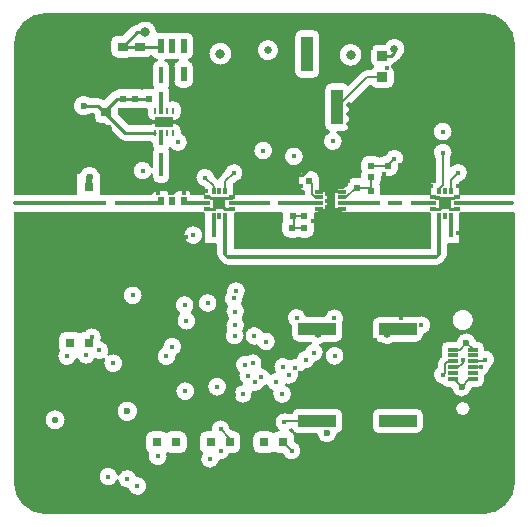
<source format=gtl>
G04 Layer: TopLayer*
G04 EasyEDA Pro v2.1.64.d1969c9c.217bcf, 2024-08-30 02:53:31*
G04 Gerber Generator version 0.3*
G04 Scale: 100 percent, Rotated: No, Reflected: No*
G04 Dimensions in millimeters*
G04 Leading zeros omitted, absolute positions, 3 integers and 5 decimals*
%FSLAX35Y35*%
%MOMM*%
%ADD8191C,0.2032*%
%ADD10R,0.342X0.342*%
%ADD11R,0.342X0.6*%
%ADD12R,0.6X0.6*%
%ADD13R,0.6X0.6*%
%ADD14R,0.6X0.6*%
%ADD15R,0.342X0.3*%
%ADD16R,0.5007X0.5*%
%ADD17R,0.5X0.5*%
%ADD18R,0.3X0.342*%
%ADD19R,0.6X0.342*%
%ADD20R,0.3X0.3*%
%ADD21R,1.0X2.99999*%
%ADD22R,0.6X0.6*%
%ADD23C,5.2*%
%ADD24R,0.3X0.2*%
%ADD25R,0.3X0.3*%
%ADD26R,3.19999X1.0*%
%ADD27R,0.9X0.8*%
%ADD28R,0.86401X0.80648*%
%ADD29R,0.86401X0.806*%
%ADD30R,0.8X0.8*%
%ADD31R,0.55001X1.2*%
%ADD32R,0.342X1.2*%
%ADD33R,0.25001X0.521*%
%ADD34R,0.342X0.521*%
%ADD35R,1.6X0.9*%
%ADD36R,0.6X1.1*%
%ADD37R,0.342X1.1*%
%ADD38R,0.6X0.7*%
%ADD39R,1.0X1.0*%
%ADD40R,0.508X0.3*%
%ADD41R,0.508X0.342*%
%ADD42R,0.342X0.508*%
%ADD43R,0.3X0.508*%
%ADD44R,0.67X0.3*%
%ADD45R,0.67X0.342*%
%ADD46R,0.8X1.6*%
%ADD47R,0.8X0.8*%
%ADD48R,0.4X0.342*%
%ADD49R,0.85X0.3*%
%ADD50C,1.1*%
%ADD51R,0.342X0.80648*%
%ADD52R,0.342X0.806*%
%ADD53C,0.45*%
%ADD54C,0.50002*%
%ADD55C,0.6*%
%ADD56C,0.55*%
%ADD57C,0.8*%
%ADD58C,0.65*%
%ADD59C,0.5*%
%ADD60C,0.3424*%
%ADD61C,0.15*%
%ADD62C,0.254*%
%ADD63C,0.2*%
%ADD64C,0.127*%
%ADD65C,0.25*%
%ADD66C,0.342*%
%ADD67C,0.156*%
%ADD68C,0.3*%
G75*


G04 Copper Start*
G36*
G01X-1840340Y-2119772D02*
G02X-2104526Y-1855587I0J264186D01*
G01Y424700D01*
G01X-498754D01*
G01Y334457D01*
G01Y171076D01*
G03X-488568Y160890I10185J0D01*
G01X-398779D01*
G01Y101076D01*
G03X-398268Y97889I10185J0D01*
G01X-398213Y96741D01*
G01Y74220D01*
G03X-377290Y28136I61214J0D01*
G01X-340090Y-9065D01*
G03X-296805Y-26994I43285J43285D01*
G01X-293627D01*
G03X-290045Y-27645I3582J9535D01*
G01X1421414D01*
G03X1424262Y-27238I0J10185D01*
G01X1437157D01*
G03X1441115Y-27138I0J78314D01*
G01X1465998D01*
G03X1512082Y-6216I0J61214D01*
G01X1549282Y30985D01*
G03X1567211Y74270I-43285J43285D01*
G01Y93033D01*
G03X1567308Y96913I-78238J3880D01*
G01Y119910D01*
G03X1567754Y122893I-9739J2982D01*
G01Y162698D01*
G03X1571848Y162561I4094J61077D01*
G01X1606048D01*
G03X1614697Y163175I0J61214D01*
G01X1657148D01*
G03X1667334Y173361I0J10185D01*
G01Y375191D01*
G01X1667262Y376397D01*
G01Y400682D01*
G01Y424797D01*
G01X1667533Y424793D01*
G01X2123846D01*
G01Y-1855587D01*
G02X1859660Y-2119772I-264186J0D01*
G01X-1840340D01*
G37*
%LPC*%
G36*
G01X76286Y-1110001D02*
G03X160000Y-1193715I83714J0D01*
G03X243714Y-1110001I0J83714D01*
G03X190465Y-1032027I-83714J0D01*
G03X191590Y-1027670I-80463J23101D01*
G03X220001Y-1032639I28412J78745D01*
G03X301886Y-966329I0J83714D01*
G03X352638Y-902315I-31885J77404D01*
G03X360002Y-902639I7364J83390D01*
G03X440478Y-841981I0J83714D01*
G03X513716Y-758925I-10476J83056D01*
G03X481888Y-693230I-83714J0D01*
G03X521255Y-675101I-18454J91879D01*
G01X618435D01*
G03X679649Y-613887I0J61214D01*
G01Y-513887D01*
G03X677934Y-499496I-61214J0D01*
G03X683716Y-468925I-77932J30572D01*
G03X600002Y-385211I-83714J0D01*
G03X517880Y-452673I0J-83714D01*
G01X366732D01*
G03X283980Y-381612I-82752J-12654D01*
G03X200266Y-465326I0J-83714D01*
G03X237222Y-534765I83714J0D01*
G01Y-613887D01*
G03X298436Y-675101I61214J0D01*
G01X405614D01*
G03X409262Y-677821I57821J73750D01*
G03X349525Y-735869I20740J-81104D01*
G03X277365Y-805535I10476J-83056D01*
G03X270001Y-805211I-7364J-83390D01*
G03X225956Y-817735I0J-83714D01*
G03X170000Y-796286I-55956J-62266D01*
G03X86286Y-880000I0J-83714D01*
G03X99937Y-925818I83714J0D01*
G03X59358Y-942267I10064J-83107D01*
G03X-14640Y-885382I-79356J-26658D01*
G03X-6285Y-848925I-75358J36458D01*
G03X-89999Y-765211I-83714J0D01*
G03X-139091Y-781116I0J-83714D01*
G03X-154899Y-779610I-15808J-82208D01*
G03X-238613Y-863324I0J-83714D01*
G03X-205413Y-930081I83714J0D01*
G03X-209834Y-956926I79293J-26846D01*
G03X-174385Y-1025326I83714J0D01*
G03X-253713Y-1108925I4386J-83599D01*
G03X-169999Y-1192639I83714J0D01*
G03X-86285Y-1108925I0J83714D01*
G03X-88313Y-1090611I-83714J0D01*
G03X-69999Y-1092639I18314J81686D01*
G03X3322Y-1049325I0J83714D01*
G03X30645Y-1035583I-23320J80400D01*
G03X79537Y-1086899I79356J26658D01*
G03X76286Y-1110001I80463J-23101D01*
G37*
G36*
G01X240002Y-1672639D02*
G03X323716Y-1588925I0J83714D01*
G03X271162Y-1511226I-83714J0D01*
G01Y-1478577D01*
G03X225305Y-1419321I-61214J0D01*
G03X237466Y-1409801I-45304J70396D01*
G01X241016D01*
G03X298436Y-1449801I57421J21214D01*
G01X449438D01*
G03X540002Y-1530139I90563J10876D01*
G03X630706Y-1448558I0J91214D01*
G03X679649Y-1388587I-12270J59972D01*
G01Y-1288587D01*
G03X618435Y-1227373I-61214J0D01*
G01X298436D01*
G03X241016Y-1267373I0J-61214D01*
G01X198903D01*
G03X180001Y-1265211I-18902J-81552D01*
G03X96287Y-1348925I0J-83714D01*
G03X131791Y-1417363I83714J0D01*
G01X129948D01*
G03X89603Y-1432540I0J-61214D01*
G03X50055Y-1418049I-39548J-46723D01*
G01X-29945D01*
G03X-91159Y-1479263I0J-61214D01*
G01Y-1559263D01*
G03X-29945Y-1620477I61214J0D01*
G01X50055D01*
G03X90399Y-1605301I0J61214D01*
G03X129948Y-1619791I39548J46723D01*
G01X162186D01*
G03X240002Y-1672639I77816J30866D01*
G37*
G36*
G01X1680002Y-1140139D02*
G03X1770524Y-1060139I0J91214D01*
G01X1816002D01*
G03X1877216Y-998925I0J61214D01*
G01Y-968925D01*
G03X1876394Y-958925I-61214J0D01*
G03X1877004Y-954018I-60392J10000D01*
G03X1922865Y-890833I-37001J75093D01*
G03X1963716Y-818925I-42863J71908D01*
G03X1880002Y-735211I-83714J0D01*
G03X1877216Y-735257I0J-83714D01*
G01Y-718925D01*
G03X1816002Y-657711I-61214J0D01*
G01X1808715D01*
G03X1720002Y-587711I-88713J-21214D01*
G03X1631289Y-657711I0J-91214D01*
G01X1564002D01*
G03X1502788Y-718925I0J-61214D01*
G01Y-748925D01*
G03X1503611Y-758925I61214J0D01*
G03X1502788Y-768925I60392J-10000D01*
G01Y-793789D01*
G01X1488446Y-808131D01*
G03X1467588Y-858487I50356J-50356D01*
G01Y-883650D01*
G03X1436288Y-948925I52414J-65275D01*
G03X1512700Y-1032320I83714J0D01*
G03X1564002Y-1060139I51302J33395D01*
G01X1589480D01*
G03X1680002Y-1140139I90522J11214D01*
G37*
G36*
G01X-1270001Y-933715D02*
G03X-1186287Y-850000I0J83714D01*
G03X-1270001Y-766286I-83714J0D01*
G03X-1311576Y-777340I0J-83714D01*
G03X-1302787Y-739999I-74925J37341D01*
G03X-1371013Y-657731I-83714J0D01*
G03X-1366287Y-630000I-78988J27730D01*
G03X-1450001Y-546286I-83714J0D01*
G03X-1512549Y-574361I0J-83714D01*
G01X-1514050D01*
G03X-1554395Y-589537I0J-61214D01*
G03X-1593943Y-575047I-39548J-46723D01*
G01X-1673943D01*
G03X-1735157Y-636261I0J-61214D01*
G01Y-716261D01*
G03X-1729119Y-742770I61214J0D01*
G03X-1743715Y-790000I69118J-47231D01*
G03X-1660001Y-873715I83714J0D01*
G03X-1578495Y-809100I0J83714D01*
G03X-1500001Y-863715I78494J29099D01*
G03X-1423905Y-814893I0J83714D01*
G03X-1386501Y-823714I37404J74893D01*
G03X-1344925Y-812660I0J83714D01*
G03X-1353715Y-850000I74925J-37341D01*
G03X-1270001Y-933715I83714J0D01*
G37*
G36*
G01X-533713Y-1658925D02*
G03X-449999Y-1742639I83714J0D01*
G03X-367362Y-1672315I0J83714D01*
G03X-359999Y-1672639I7364J83390D01*
G03X-282183Y-1619791I0J83714D01*
G01X-245053D01*
G03X-183839Y-1558577I0J61214D01*
G01Y-1478577D01*
G03X-245053Y-1417363I-61214J0D01*
G01X-254384D01*
G01X-277599Y-1394149D01*
G03X-359999Y-1325211I-82400J-14777D01*
G03X-443713Y-1408925I0J-83714D01*
G03X-443214Y-1418049I83714J0D01*
G01X-484945D01*
G03X-546159Y-1479263I0J-61214D01*
G01Y-1559263D01*
G03X-518334Y-1610569I61214J0D01*
G03X-533713Y-1658925I68336J-48356D01*
G37*
G36*
G01X1051060Y-698741D02*
G03X1113285Y-675101I0J93714D01*
G01X1298444D01*
G03X1359658Y-613887I0J61214D01*
G01Y-610299D01*
G03X1423716Y-528925I-19656J81374D01*
G03X1340002Y-445211I-83714J0D01*
G03X1304744Y-452998I0J-83714D01*
G03X1298444Y-452673I-6299J-60889D01*
G01X978445D01*
G03X917231Y-513887I0J-61214D01*
G01Y-613887D01*
G03X978445Y-675101I61214J0D01*
G01X988835D01*
G03X1051060Y-698741I62225J70074D01*
G37*
G36*
G01X-892998Y-1720635D02*
G03X-809284Y-1636921I0J83714D01*
G03X-813866Y-1609605I-83714J0D01*
G03X-780053Y-1619791I33813J51028D01*
G01X-700053D01*
G03X-638839Y-1558577I0J61214D01*
G01Y-1529445D01*
G03X-636285Y-1508925I-81160J20519D01*
G03X-638839Y-1488406I-83714J0D01*
G01Y-1478577D01*
G03X-700053Y-1417363I-61214J0D01*
G01X-780053D01*
G03X-820397Y-1432540I0J-61214D01*
G03X-859946Y-1418049I-39548J-46723D01*
G01X-939946D01*
G03X-1001160Y-1479263I0J-61214D01*
G01Y-1559263D01*
G03X-972609Y-1611034I61214J0D01*
G03X-976712Y-1636921I79611J-25887D01*
G03X-892998Y-1720635I83714J0D01*
G37*
G36*
G01X-1065997Y-1973635D02*
G03X-982283Y-1889921I0J83714D01*
G03X-1065997Y-1806206I-83714J0D01*
G03X-1069651Y-1806286I0J-83714D01*
G03X-1150340Y-1744873I-80689J-22300D01*
G03X-1227333Y-1795722I0J-83714D01*
G03X-1309999Y-1725211I-82666J-13203D01*
G03X-1393713Y-1808926I0J-83714D01*
G03X-1309999Y-1892640I83714J0D01*
G03X-1233006Y-1841790I0J83714D01*
G03X-1150340Y-1912301I82666J13203D01*
G03X-1146687Y-1912221I0J83714D01*
G03X-1065997Y-1973635I80689J22300D01*
G37*
G36*
G01X-325514Y-615186D02*
G03X-241800Y-698901I83714J0D01*
G03X-158086Y-615186I0J83714D01*
G03X-168483Y-574781I-83714J0D01*
G03X-153006Y-526286I-68237J48494D01*
G03X-175549Y-469136I-83714J0D01*
G03X-153006Y-411986I-61171J57150D01*
G03X-181914Y-348707I-83714J0D01*
G03X-166286Y-300000I-68086J48706D01*
G03X-166466Y-294511I-83714J0D01*
G03X-146286Y-240000I-63534J54511D01*
G03X-230000Y-156286I-83714J0D01*
G03X-313714Y-240000I0J-83714D01*
G03X-313534Y-245489I83714J0D01*
G03X-333714Y-300000I63534J-54511D01*
G03X-304806Y-363280I83714J0D01*
G03X-320434Y-411986I68086J-48706D01*
G03X-297891Y-469136I83714J0D01*
G03X-320434Y-526286I61171J-57150D01*
G03X-310037Y-566692I83714J0D01*
G03X-325514Y-615186I68237J-48494D01*
G37*
G36*
G01X1298444Y-1449801D02*
G03X1359658Y-1388587I0J61214D01*
G01Y-1288587D01*
G03X1298444Y-1227373I-61214J0D01*
G01X978445D01*
G03X917231Y-1288587I0J-61214D01*
G01Y-1388587D01*
G03X978445Y-1449801I61214J0D01*
G01X1298444D01*
G37*
G36*
G01X-54524Y-699105D02*
G03X22360Y-749701I76884J33119D01*
G03X106074Y-665986I0J83714D01*
G03X22360Y-582272I-83714J0D01*
G03X2724Y-584608I0J-83714D01*
G03X-74160Y-534012I-76884J-33119D01*
G03X-157874Y-617726I0J-83714D01*
G03X-74160Y-701441I83714J0D01*
G03X-54524Y-699105I0J83714D01*
G37*
G36*
G01X-650000Y-573714D02*
G03X-566286Y-490000I0J83714D01*
G03X-607161Y-418078I-83714J0D01*
G03X-581285Y-357557I-57838J60521D01*
G03X-664999Y-273843I-83714J0D01*
G03X-748713Y-357557I0J-83714D01*
G03X-707839Y-429479I83714J0D01*
G03X-733714Y-490000I57838J-60521D01*
G03X-650000Y-573714I83714J0D01*
G37*
G36*
G01X-820000Y-873715D02*
G03X-736286Y-790000I0J83714D01*
G03X-736353Y-786655I-83714J0D01*
G03X-686286Y-710000I-33647J76655D01*
G03X-770000Y-626286I-83714J0D01*
G03X-853714Y-710000I0J-83714D01*
G03X-853648Y-713346I83714J0D01*
G03X-903715Y-790000I33647J-76655D01*
G03X-820000Y-873715I83714J0D01*
G37*
G36*
G01X1690002Y-578240D02*
G03X1784316Y-483926I0J94314D01*
G03X1690002Y-389612I-94314J0D01*
G03X1595688Y-483926I0J-94314D01*
G03X1690002Y-578240I94314J0D01*
G37*
G36*
G01X-1241554Y-1256587D02*
G03X-1150340Y-1347801I91214J0D01*
G03X-1059126Y-1256587I0J91214D01*
G03X-1150340Y-1165373I-91214J0D01*
G03X-1241554Y-1256587I0J-91214D01*
G37*
G36*
G01X-1761739Y-1417639D02*
G03X-1673025Y-1328925I0J88714D01*
G03X-1761739Y-1240211I-88714J0D01*
G03X-1850453Y-1328925I0J-88714D01*
G03X-1761739Y-1417639I88714J0D01*
G37*
G36*
G01X-553714Y-340000D02*
G03X-470000Y-423714I83714J0D01*
G03X-386286Y-340000I0J83714D01*
G03X-470000Y-256286I-83714J0D01*
G03X-553714Y-340000I0J-83714D01*
G37*
G36*
G01X605002Y-871417D02*
G03X688716Y-787703I0J83714D01*
G03X605002Y-703989I-83714J0D01*
G03X521288Y-787703I0J-83714D01*
G03X605002Y-871417I83714J0D01*
G37*
G36*
G01X-592361Y151186D02*
G03X-508647Y234900I0J83714D01*
G03X-592361Y318615I-83714J0D01*
G03X-676075Y234900I0J-83714D01*
G03X-592361Y151186I83714J0D01*
G37*
G36*
G01X-473713Y-1048925D02*
G03X-389999Y-1132639I83714J0D01*
G03X-306285Y-1048925I0J83714D01*
G03X-389999Y-965211I-83714J0D01*
G03X-473713Y-1048925I0J-83714D01*
G37*
G36*
G01X-743631Y-1086190D02*
G03X-659917Y-1169904I83714J0D01*
G03X-576203Y-1086190I0J83714D01*
G03X-659917Y-1002476I-83714J0D01*
G03X-743631Y-1086190I0J-83714D01*
G37*
G36*
G01X-1188253Y-275007D02*
G03X-1104539Y-358721I83714J0D01*
G03X-1020824Y-275007I0J83714D01*
G03X-1104539Y-191292I-83714J0D01*
G03X-1188253Y-275007I0J-83714D01*
G37*
G36*
G01X1690002Y-1299738D02*
G03X1755816Y-1233924I0J65814D01*
G03X1690002Y-1168110I-65814J0D01*
G03X1624188Y-1233924I0J-65814D01*
G03X1690002Y-1299738I65814J0D01*
G37*
%LPD*%
G36*
G01X1410193Y348905D02*
G01X1410193Y129916D01*
G01X-241218D01*
G01Y424793D01*
G01X158474D01*
G01X158458Y423396D01*
G01Y363396D01*
G03X159243Y353621I61214J0D01*
G03X153446Y327618I55417J-26003D01*
G01Y267618D01*
G03X214660Y206404I61214J0D01*
G01X274660D01*
G03X296076Y210273I0J61214D01*
G03X317493Y206404I21416J57345D01*
G01X377493D01*
G03X438707Y267618I0J61214D01*
G01Y327618D01*
G03X434892Y348891I-61214J0D01*
G03X437015Y364873I-59091J15982D01*
G01Y424857D01*
G01X438860Y425240D01*
G01X469048D01*
G01X469468Y425241D01*
G01X469888Y425240D01*
G01X471649Y425260D01*
G01X503388D01*
G03X564602Y486474I0J61214D01*
G01Y520674D01*
G03X563945Y529617I-61214J0D01*
G03X564602Y538561I-60557J8944D01*
G01Y568561D01*
G03X503388Y629775I-61214J0D01*
G01X482362D01*
G01Y665726D01*
G03X479334Y685898I-68714J0D01*
G01Y721254D01*
G03X418120Y782468I-61214J0D01*
G01X358120D01*
G03X296906Y721254I0J-61214D01*
G01Y661254D01*
G03X344934Y601477I61214J0D01*
G01Y582354D01*
G01X-241579D01*
G01X-243785Y582112D01*
G01Y631865D01*
G01X-243813Y633731D01*
G01Y670085D01*
G01X-235222Y678676D01*
G03X-166285Y761076I-14777J82400D01*
G03X-249999Y844790I-83714J0D01*
G03X-332398Y775853I0J-83714D01*
G01X-368587Y739664D01*
G03X-385027Y713280I48588J-48588D01*
G01X-407599Y735853D01*
G03X-489999Y804790I-82400J-14777D01*
G03X-573713Y721076I0J-83714D01*
G03X-504776Y638676I83714J0D01*
G01X-500184Y634085D01*
G01Y582261D01*
G01X-588488D01*
G03X-644006Y617688I-55517J-25787D01*
G01X-704005D01*
G03X-759523Y582261I0J-61214D01*
G01X-778480D01*
G03X-833998Y617688I-55517J-25787D01*
G01X-893997D01*
G03X-949515Y582261I0J-61214D01*
G01X-1369813D01*
G01Y751076D01*
G03X-1379999Y761261I-10185J0D01*
G01X-1383925D01*
G03X-1469999Y822290I-86075J-30185D01*
G03X-1556074Y761261I0J-91214D01*
G01X-1576539D01*
G03X-1586724Y751076I0J-10185D01*
G01Y582261D01*
G01X-2104526D01*
G01Y1844414D01*
G02X-1840340Y2108600I264186J0D01*
G01X1859660D01*
G02X2123846Y1844414I0J-264186D01*
G01Y582354D01*
G01X1669627D01*
G01Y671576D01*
G03X1666426Y678989I-10185J0D01*
G03X1733716Y761076I-16424J82087D01*
G03X1650002Y844790I-83714J0D01*
G03X1588716Y818103I0J-83714D01*
G01Y884260D01*
G03X1603716Y932076I-68714J47817D01*
G03X1520002Y1015790I-83714J0D01*
G03X1436288Y932076I0J-83714D01*
G03X1451288Y884260I83714J0D01*
G01Y688720D01*
G03X1438512Y681761I22686J-56855D01*
G01X1423441D01*
G03X1413256Y671576I0J-10185D01*
G01Y639642D01*
G03X1412760Y631865I60718J-7777D01*
G01Y582054D01*
G01X1410338Y582346D01*
G01X999754D01*
G01Y635173D01*
G03X992865Y663386I-61214J0D01*
G03X1005872Y701112I-48207J37726D01*
G01Y732928D01*
G03X1025002Y729862I19130J58148D01*
G01X1085002D01*
G03X1146216Y791076I0J61214D01*
G01Y805600D01*
G03X1193716Y881076I-36214J75476D01*
G03X1110002Y964790I-83714J0D01*
G03X1032325Y912290I0J-83714D01*
G01X1025002D01*
G03X985678Y897989I0J-61214D01*
G03X944658Y913766I-41020J-45437D01*
G01X884658D01*
G03X823444Y852552I0J-61214D01*
G01Y792552D01*
G03X825497Y776832I61214J0D01*
G03X823444Y761112I59161J-15720D01*
G01Y728162D01*
G01X767199D01*
G03X705985Y666948I0J-61214D01*
G01Y656188D01*
G01X679572Y629775D01*
G01X636387D01*
G03X575173Y568561I0J-61214D01*
G01Y538561D01*
G03X575830Y529617I61214J0D01*
G03X575173Y520674I60557J-8944D01*
G01Y486474D01*
G03X636387Y425260I61214J0D01*
G01X668120D01*
G01X669887Y425240D01*
G01X706877D01*
G03X709884Y424786I3007J9731D01*
G01X1410193D01*
G01Y348905D01*
G37*
%LPC*%
G36*
G01X-942312Y728286D02*
G03X-881098Y667072I61214J0D01*
G01X-846897D01*
G03X-785683Y728286I0J61214D01*
G01Y783286D01*
G01Y838286D01*
G01Y896862D01*
G01X-785691Y897955D01*
G01Y926662D01*
G03X-795968Y960612I-61214J0D01*
G03X-789391Y973602I-50937J33950D01*
G03X-721739Y939195I67653J49307D01*
G03X-638025Y1022909I0J83714D01*
G03X-690284Y1100489I-83714J0D01*
G01Y1123780D01*
G03X-751498Y1184994I-61214J0D01*
G01X-776500D01*
G03X-789005Y1183703I0J-61214D01*
G03X-801511Y1184994I-12506J-59923D01*
G01X-826512D01*
G03X-836705Y1184139I0J-61214D01*
G03X-846899Y1184994I-10193J-60359D01*
G01X-881099D01*
G03X-891305Y1184137I0J-61214D01*
G03X-901511Y1184994I-10206J-60357D01*
G01X-926512D01*
G03X-964672Y1171644I0J-61214D01*
G01X-1136037D01*
G01X-1224127Y1259734D01*
G01Y1299925D01*
G03X-1219999Y1299786I4127J61075D01*
G01X-1159999D01*
G03X-1137087Y1304236I0J61214D01*
G03X-1114175Y1299786I22912J56764D01*
G01X-1054175D01*
G03X-1024887Y1307247I0J61214D01*
G03X-995599Y1299786I29288J53753D01*
G01X-987726D01*
G01Y1261672D01*
G03X-926512Y1200458I61214J0D01*
G01X-901511D01*
G03X-891305Y1201314I0J61214D01*
G03X-881099Y1200458I10206J60357D01*
G01X-846899D01*
G03X-836705Y1201312I0J61214D01*
G03X-826512Y1200458I10193J60359D01*
G01X-801511D01*
G03X-789005Y1201749I0J61214D01*
G03X-776500Y1200458I12506J59923D01*
G01X-751498D01*
G03X-690284Y1261672I0J61214D01*
G01Y1313772D01*
G03X-751498Y1374986I-61214J0D01*
G01X-776500D01*
G03X-785685Y1374293I0J-61214D01*
G01Y1391000D01*
G01Y1416032D01*
G01Y1431032D01*
G01Y1446032D01*
G03X-796678Y1481032I-61214J0D01*
G03X-785685Y1516032I-50221J35000D01*
G01Y1576032D01*
G01X-785691Y1576914D01*
G01Y1657080D01*
G03X-830799Y1716137I-61214J0D01*
G03X-816507Y1719229I-5705J60948D01*
G03X-796510Y1715871I19997J57855D01*
G01X-741509D01*
G03X-721511Y1719229I0J61214D01*
G03X-713632Y1717082I19997J57855D01*
G03X-762728Y1657080I12119J-60002D01*
G01Y1537080D01*
G03X-701514Y1475866I61214J0D01*
G01X-646513D01*
G03X-585299Y1537080I0J61214D01*
G01Y1589079D01*
G03X-584284Y1602072I-82700J12993D01*
G03X-585299Y1615066I-83714J0D01*
G01Y1657080D01*
G03X-634394Y1717082I-61214J0D01*
G03X-585299Y1777085I-12119J60002D01*
G01Y1897084D01*
G03X-646513Y1958298I-61214J0D01*
G01X-701514D01*
G03X-721511Y1954940I0J-61214D01*
G03X-741509Y1958298I-19997J-57855D01*
G01X-796510D01*
G03X-816507Y1954940I0J-61214D01*
G03X-836505Y1958298I-19997J-57855D01*
G01X-891506D01*
G03X-899011Y1957836I0J-61214D01*
G03X-999999Y2052291I-100988J-6760D01*
G03X-1069357Y2024791I0J-101214D01*
G01X-1070002D01*
G03X-1122125Y2003200I0J-73714D01*
G01X-1193033Y1932293D01*
G01X-1234999D01*
G03X-1296213Y1871079I0J-61214D01*
G01Y1791079D01*
G03X-1234999Y1729865I61214J0D01*
G01X-1144999D01*
G03X-1115568Y1737405I0J61214D01*
G03X-1087572Y1730627I27996J54437D01*
G01X-997572D01*
G03X-948627Y1755078I0J61214D01*
G03X-897211Y1716137I57121J22007D01*
G03X-942319Y1657080I16106J-59057D01*
G01Y1537080D01*
G01X-942313Y1536198D01*
G01Y1516032D01*
G03X-932055Y1482111I61214J0D01*
G03X-935599Y1482214I-3544J-61111D01*
G01X-995599D01*
G03X-1024887Y1474753I0J-61214D01*
G03X-1054175Y1482214I-29288J-53753D01*
G01X-1114175D01*
G03X-1137087Y1477764I0J-61214D01*
G03X-1159999Y1482214I-22912J-56764D01*
G01X-1219999D01*
G03X-1268486Y1458366I0J-61214D01*
G03X-1290335Y1443265I30416J-67366D01*
G01X-1349012Y1384588D01*
G03X-1399999Y1404990I-50988J-53512D01*
G01X-1466551D01*
G03X-1519999Y1422290I-53448J-73914D01*
G03X-1611213Y1331076I0J-91214D01*
G03X-1519999Y1239862I91214J0D01*
G03X-1466551Y1257162I0J91214D01*
G01X-1436554D01*
G01Y1234417D01*
G03X-1375340Y1173203I61214J0D01*
G01X-1346656D01*
G01X-1218918Y1045465D01*
G03X-1166653Y1023816I52265J52265D01*
G01X-964672D01*
G03X-942319Y1012542I38160J47864D01*
G01Y994562D01*
G03X-932042Y960612I61214J0D01*
G03X-942319Y926662I50937J-33950D01*
G01Y892462D01*
G01X-942312Y891496D01*
G01Y838286D01*
G01Y812264D01*
G03X-1019999Y864790I-77688J-31188D01*
G03X-1103713Y781076I0J-83714D01*
G03X-1019999Y697362I83714J0D01*
G03X-942312Y749888I0J83714D01*
G01Y728286D01*
G37*
G36*
G01X506288Y1031076D02*
G03X590002Y947362I83714J0D01*
G03X673716Y1031076I0J83714D01*
G03X625819Y1106741I-83714J0D01*
G01X677441D01*
G03X738655Y1167955I0J61214D01*
G01Y1331992D01*
G01X910025Y1503363D01*
G01X912569D01*
G03X966801Y1470539I54232J28390D01*
G01X1053202D01*
G03X1114416Y1531753I0J61214D01*
G01Y1612400D01*
G03X1087522Y1663088I-61214J0D01*
G03X1106727Y1684073I-34320J50688D01*
G03X1135267Y1701811I-23725J70003D01*
G01X1162267Y1728811D01*
G03X1171952Y1740759I-52265J52265D01*
G03X1203716Y1811077I-61950J70317D01*
G03X1110002Y1904791I-93714J0D01*
G03X1027535Y1855590I0J-93714D01*
G01X966801D01*
G03X905587Y1794376I0J-61214D01*
G01Y1713776D01*
G03X932481Y1663088I61214J0D01*
G03X912569Y1640791I34320J-50688D01*
G01X881563D01*
G03X832975Y1620665I0J-68714D01*
G01X722114Y1509804D01*
G03X677441Y1529168I-44674J-41850D01*
G01X577441D01*
G03X516227Y1467954I0J-61214D01*
G01Y1167955D01*
G03X560071Y1109257I61214J0D01*
G03X506288Y1031076I29930J-78181D01*
G37*
G36*
G01X262227Y1617941D02*
G03X323441Y1556727I61214J0D01*
G01X423441D01*
G03X484655Y1617941I0J61214D01*
G01Y1917941D01*
G03X423441Y1979155I-61214J0D01*
G01X323441D01*
G03X262227Y1917941I0J-61214D01*
G01Y1617941D01*
G37*
G36*
G01X740002Y1659863D02*
G03X841216Y1761076I0J101214D01*
G03X740002Y1862290I-101214J0D01*
G03X638788Y1761076I0J-101214D01*
G03X740002Y1659863I101214J0D01*
G37*
G36*
G01X-362485Y1669864D02*
G03X-261272Y1771078I0J101214D01*
G03X-362485Y1872292I-101214J0D01*
G03X-463699Y1771078I0J-101214D01*
G03X-362485Y1669864I101214J0D01*
G37*
G36*
G01X-53713Y1801077D02*
G03X40001Y1707363I93714J0D01*
G03X133716Y1801077I0J93714D01*
G03X40001Y1894791I-93714J0D01*
G03X-53713Y1801077I0J-93714D01*
G37*
G36*
G01X1Y867362D02*
G03X83715Y951076I0J83714D01*
G03X1Y1034790I-83714J0D01*
G03X-83713Y951076I0J-83714D01*
G03X1Y867362I83714J0D01*
G37*
G36*
G01X1520002Y1027362D02*
G03X1603716Y1111076I0J83714D01*
G03X1520002Y1194790I-83714J0D01*
G03X1436288Y1111076I0J-83714D01*
G03X1520002Y1027362I83714J0D01*
G37*
G36*
G01X260002Y818362D02*
G03X343716Y902076I0J83714D01*
G03X260002Y985791I-83714J0D01*
G03X176287Y902076I0J-83714D01*
G03X260002Y818362I83714J0D01*
G37*
%LPD*%
G36*
G01X-353708Y519864D02*
G01X-353708Y487283D01*
G01X-354986Y487296D01*
G01X-384986D01*
G01X-386264Y487283D01*
G01Y519864D01*
G01X-384986Y519851D01*
G01X-354986D01*
G01X-353708Y519864D01*
G37*
G36*
G01X1522683Y487283D02*
G01X1522683Y519864D01*
G01X1523961Y519851D01*
G01X1553961D01*
G01X1555238Y519864D01*
G01Y487283D01*
G01X1553961Y487296D01*
G01X1523961D01*
G01X1522683Y487283D01*
G37*
G54D8191*
G01X-1840340Y-2119772D02*
G02X-2104526Y-1855587I0J264186D01*
G01Y424700D01*
G01X-498754D01*
G01Y334457D01*
G01Y171076D01*
G03X-488568Y160890I10185J0D01*
G01X-398779D01*
G01Y101076D01*
G03X-398268Y97889I10185J0D01*
G01X-398213Y96741D01*
G01Y74220D01*
G03X-377290Y28136I61214J0D01*
G01X-340090Y-9065D01*
G03X-296805Y-26994I43285J43285D01*
G01X-293627D01*
G03X-290045Y-27645I3582J9535D01*
G01X1421414D01*
G03X1424262Y-27238I0J10185D01*
G01X1437157D01*
G03X1441115Y-27138I0J78314D01*
G01X1465998D01*
G03X1512082Y-6216I0J61214D01*
G01X1549282Y30985D01*
G03X1567211Y74270I-43285J43285D01*
G01Y93033D01*
G03X1567308Y96913I-78238J3880D01*
G01Y119910D01*
G03X1567754Y122893I-9739J2982D01*
G01Y162698D01*
G03X1571848Y162561I4094J61077D01*
G01X1606048D01*
G03X1614697Y163175I0J61214D01*
G01X1657148D01*
G03X1667334Y173361I0J10185D01*
G01Y375191D01*
G01X1667262Y376397D01*
G01Y400682D01*
G01Y424797D01*
G01X1667533Y424793D01*
G01X2123846D01*
G01Y-1855587D01*
G02X1859660Y-2119772I-264186J0D01*
G01X-1840340D01*
G01X76286Y-1110001D02*
G03X160000Y-1193715I83714J0D01*
G03X243714Y-1110001I0J83714D01*
G03X190465Y-1032027I-83714J0D01*
G03X191590Y-1027670I-80463J23101D01*
G03X220001Y-1032639I28412J78745D01*
G03X301886Y-966329I0J83714D01*
G03X352638Y-902315I-31885J77404D01*
G03X360002Y-902639I7364J83390D01*
G03X440478Y-841981I0J83714D01*
G03X513716Y-758925I-10476J83056D01*
G03X481888Y-693230I-83714J0D01*
G03X521255Y-675101I-18454J91879D01*
G01X618435D01*
G03X679649Y-613887I0J61214D01*
G01Y-513887D01*
G03X677934Y-499496I-61214J0D01*
G03X683716Y-468925I-77932J30572D01*
G03X600002Y-385211I-83714J0D01*
G03X517880Y-452673I0J-83714D01*
G01X366732D01*
G03X283980Y-381612I-82752J-12654D01*
G03X200266Y-465326I0J-83714D01*
G03X237222Y-534765I83714J0D01*
G01Y-613887D01*
G03X298436Y-675101I61214J0D01*
G01X405614D01*
G03X409262Y-677821I57821J73750D01*
G03X349525Y-735869I20740J-81104D01*
G03X277365Y-805535I10476J-83056D01*
G03X270001Y-805211I-7364J-83390D01*
G03X225956Y-817735I0J-83714D01*
G03X170000Y-796286I-55956J-62266D01*
G03X86286Y-880000I0J-83714D01*
G03X99937Y-925818I83714J0D01*
G03X59358Y-942267I10064J-83107D01*
G03X-14640Y-885382I-79356J-26658D01*
G03X-6285Y-848925I-75358J36458D01*
G03X-89999Y-765211I-83714J0D01*
G03X-139091Y-781116I0J-83714D01*
G03X-154899Y-779610I-15808J-82208D01*
G03X-238613Y-863324I0J-83714D01*
G03X-205413Y-930081I83714J0D01*
G03X-209834Y-956926I79293J-26846D01*
G03X-174385Y-1025326I83714J0D01*
G03X-253713Y-1108925I4386J-83599D01*
G03X-169999Y-1192639I83714J0D01*
G03X-86285Y-1108925I0J83714D01*
G03X-88313Y-1090611I-83714J0D01*
G03X-69999Y-1092639I18314J81686D01*
G03X3322Y-1049325I0J83714D01*
G03X30645Y-1035583I-23320J80400D01*
G03X79537Y-1086899I79356J26658D01*
G03X76286Y-1110001I80463J-23101D01*
G01X240002Y-1672639D02*
G03X323716Y-1588925I0J83714D01*
G03X271162Y-1511226I-83714J0D01*
G01Y-1478577D01*
G03X225305Y-1419321I-61214J0D01*
G03X237466Y-1409801I-45304J70396D01*
G01X241016D01*
G03X298436Y-1449801I57421J21214D01*
G01X449438D01*
G03X540002Y-1530139I90563J10876D01*
G03X630706Y-1448558I0J91214D01*
G03X679649Y-1388587I-12270J59972D01*
G01Y-1288587D01*
G03X618435Y-1227373I-61214J0D01*
G01X298436D01*
G03X241016Y-1267373I0J-61214D01*
G01X198903D01*
G03X180001Y-1265211I-18902J-81552D01*
G03X96287Y-1348925I0J-83714D01*
G03X131791Y-1417363I83714J0D01*
G01X129948D01*
G03X89603Y-1432540I0J-61214D01*
G03X50055Y-1418049I-39548J-46723D01*
G01X-29945D01*
G03X-91159Y-1479263I0J-61214D01*
G01Y-1559263D01*
G03X-29945Y-1620477I61214J0D01*
G01X50055D01*
G03X90399Y-1605301I0J61214D01*
G03X129948Y-1619791I39548J46723D01*
G01X162186D01*
G03X240002Y-1672639I77816J30866D01*
G01X1680002Y-1140139D02*
G03X1770524Y-1060139I0J91214D01*
G01X1816002D01*
G03X1877216Y-998925I0J61214D01*
G01Y-968925D01*
G03X1876394Y-958925I-61214J0D01*
G03X1877004Y-954018I-60392J10000D01*
G03X1922865Y-890833I-37001J75093D01*
G03X1963716Y-818925I-42863J71908D01*
G03X1880002Y-735211I-83714J0D01*
G03X1877216Y-735257I0J-83714D01*
G01Y-718925D01*
G03X1816002Y-657711I-61214J0D01*
G01X1808715D01*
G03X1720002Y-587711I-88713J-21214D01*
G03X1631289Y-657711I0J-91214D01*
G01X1564002D01*
G03X1502788Y-718925I0J-61214D01*
G01Y-748925D01*
G03X1503611Y-758925I61214J0D01*
G03X1502788Y-768925I60392J-10000D01*
G01Y-793789D01*
G01X1488446Y-808131D01*
G03X1467588Y-858487I50356J-50356D01*
G01Y-883650D01*
G03X1436288Y-948925I52414J-65275D01*
G03X1512700Y-1032320I83714J0D01*
G03X1564002Y-1060139I51302J33395D01*
G01X1589480D01*
G03X1680002Y-1140139I90522J11214D01*
G01X-1270001Y-933715D02*
G03X-1186287Y-850000I0J83714D01*
G03X-1270001Y-766286I-83714J0D01*
G03X-1311576Y-777340I0J-83714D01*
G03X-1302787Y-739999I-74925J37341D01*
G03X-1371013Y-657731I-83714J0D01*
G03X-1366287Y-630000I-78988J27730D01*
G03X-1450001Y-546286I-83714J0D01*
G03X-1512549Y-574361I0J-83714D01*
G01X-1514050D01*
G03X-1554395Y-589537I0J-61214D01*
G03X-1593943Y-575047I-39548J-46723D01*
G01X-1673943D01*
G03X-1735157Y-636261I0J-61214D01*
G01Y-716261D01*
G03X-1729119Y-742770I61214J0D01*
G03X-1743715Y-790000I69118J-47231D01*
G03X-1660001Y-873715I83714J0D01*
G03X-1578495Y-809100I0J83714D01*
G03X-1500001Y-863715I78494J29099D01*
G03X-1423905Y-814893I0J83714D01*
G03X-1386501Y-823714I37404J74893D01*
G03X-1344925Y-812660I0J83714D01*
G03X-1353715Y-850000I74925J-37341D01*
G03X-1270001Y-933715I83714J0D01*
G01X-533713Y-1658925D02*
G03X-449999Y-1742639I83714J0D01*
G03X-367362Y-1672315I0J83714D01*
G03X-359999Y-1672639I7364J83390D01*
G03X-282183Y-1619791I0J83714D01*
G01X-245053D01*
G03X-183839Y-1558577I0J61214D01*
G01Y-1478577D01*
G03X-245053Y-1417363I-61214J0D01*
G01X-254384D01*
G01X-277599Y-1394149D01*
G03X-359999Y-1325211I-82400J-14777D01*
G03X-443713Y-1408925I0J-83714D01*
G03X-443214Y-1418049I83714J0D01*
G01X-484945D01*
G03X-546159Y-1479263I0J-61214D01*
G01Y-1559263D01*
G03X-518334Y-1610569I61214J0D01*
G03X-533713Y-1658925I68336J-48356D01*
G01X1051060Y-698741D02*
G03X1113285Y-675101I0J93714D01*
G01X1298444D01*
G03X1359658Y-613887I0J61214D01*
G01Y-610299D01*
G03X1423716Y-528925I-19656J81374D01*
G03X1340002Y-445211I-83714J0D01*
G03X1304744Y-452998I0J-83714D01*
G03X1298444Y-452673I-6299J-60889D01*
G01X978445D01*
G03X917231Y-513887I0J-61214D01*
G01Y-613887D01*
G03X978445Y-675101I61214J0D01*
G01X988835D01*
G03X1051060Y-698741I62225J70074D01*
G01X-892998Y-1720635D02*
G03X-809284Y-1636921I0J83714D01*
G03X-813866Y-1609605I-83714J0D01*
G03X-780053Y-1619791I33813J51028D01*
G01X-700053D01*
G03X-638839Y-1558577I0J61214D01*
G01Y-1529445D01*
G03X-636285Y-1508925I-81160J20519D01*
G03X-638839Y-1488406I-83714J0D01*
G01Y-1478577D01*
G03X-700053Y-1417363I-61214J0D01*
G01X-780053D01*
G03X-820397Y-1432540I0J-61214D01*
G03X-859946Y-1418049I-39548J-46723D01*
G01X-939946D01*
G03X-1001160Y-1479263I0J-61214D01*
G01Y-1559263D01*
G03X-972609Y-1611034I61214J0D01*
G03X-976712Y-1636921I79611J-25887D01*
G03X-892998Y-1720635I83714J0D01*
G01X-1065997Y-1973635D02*
G03X-982283Y-1889921I0J83714D01*
G03X-1065997Y-1806206I-83714J0D01*
G03X-1069651Y-1806286I0J-83714D01*
G03X-1150340Y-1744873I-80689J-22300D01*
G03X-1227333Y-1795722I0J-83714D01*
G03X-1309999Y-1725211I-82666J-13203D01*
G03X-1393713Y-1808926I0J-83714D01*
G03X-1309999Y-1892640I83714J0D01*
G03X-1233006Y-1841790I0J83714D01*
G03X-1150340Y-1912301I82666J13203D01*
G03X-1146687Y-1912221I0J83714D01*
G03X-1065997Y-1973635I80689J22300D01*
G01X-325514Y-615186D02*
G03X-241800Y-698901I83714J0D01*
G03X-158086Y-615186I0J83714D01*
G03X-168483Y-574781I-83714J0D01*
G03X-153006Y-526286I-68237J48494D01*
G03X-175549Y-469136I-83714J0D01*
G03X-153006Y-411986I-61171J57150D01*
G03X-181914Y-348707I-83714J0D01*
G03X-166286Y-300000I-68086J48706D01*
G03X-166466Y-294511I-83714J0D01*
G03X-146286Y-240000I-63534J54511D01*
G03X-230000Y-156286I-83714J0D01*
G03X-313714Y-240000I0J-83714D01*
G03X-313534Y-245489I83714J0D01*
G03X-333714Y-300000I63534J-54511D01*
G03X-304806Y-363280I83714J0D01*
G03X-320434Y-411986I68086J-48706D01*
G03X-297891Y-469136I83714J0D01*
G03X-320434Y-526286I61171J-57150D01*
G03X-310037Y-566692I83714J0D01*
G03X-325514Y-615186I68237J-48494D01*
G01X1298444Y-1449801D02*
G03X1359658Y-1388587I0J61214D01*
G01Y-1288587D01*
G03X1298444Y-1227373I-61214J0D01*
G01X978445D01*
G03X917231Y-1288587I0J-61214D01*
G01Y-1388587D01*
G03X978445Y-1449801I61214J0D01*
G01X1298444D01*
G01X-54524Y-699105D02*
G03X22360Y-749701I76884J33119D01*
G03X106074Y-665986I0J83714D01*
G03X22360Y-582272I-83714J0D01*
G03X2724Y-584608I0J-83714D01*
G03X-74160Y-534012I-76884J-33119D01*
G03X-157874Y-617726I0J-83714D01*
G03X-74160Y-701441I83714J0D01*
G03X-54524Y-699105I0J83714D01*
G01X-650000Y-573714D02*
G03X-566286Y-490000I0J83714D01*
G03X-607161Y-418078I-83714J0D01*
G03X-581285Y-357557I-57838J60521D01*
G03X-664999Y-273843I-83714J0D01*
G03X-748713Y-357557I0J-83714D01*
G03X-707839Y-429479I83714J0D01*
G03X-733714Y-490000I57838J-60521D01*
G03X-650000Y-573714I83714J0D01*
G01X-820000Y-873715D02*
G03X-736286Y-790000I0J83714D01*
G03X-736353Y-786655I-83714J0D01*
G03X-686286Y-710000I-33647J76655D01*
G03X-770000Y-626286I-83714J0D01*
G03X-853714Y-710000I0J-83714D01*
G03X-853648Y-713346I83714J0D01*
G03X-903715Y-790000I33647J-76655D01*
G03X-820000Y-873715I83714J0D01*
G01X1690002Y-578240D02*
G03X1784316Y-483926I0J94314D01*
G03X1690002Y-389612I-94314J0D01*
G03X1595688Y-483926I0J-94314D01*
G03X1690002Y-578240I94314J0D01*
G01X-1241554Y-1256587D02*
G03X-1150340Y-1347801I91214J0D01*
G03X-1059126Y-1256587I0J91214D01*
G03X-1150340Y-1165373I-91214J0D01*
G03X-1241554Y-1256587I0J-91214D01*
G01X-1761739Y-1417639D02*
G03X-1673025Y-1328925I0J88714D01*
G03X-1761739Y-1240211I-88714J0D01*
G03X-1850453Y-1328925I0J-88714D01*
G03X-1761739Y-1417639I88714J0D01*
G01X-553714Y-340000D02*
G03X-470000Y-423714I83714J0D01*
G03X-386286Y-340000I0J83714D01*
G03X-470000Y-256286I-83714J0D01*
G03X-553714Y-340000I0J-83714D01*
G01X605002Y-871417D02*
G03X688716Y-787703I0J83714D01*
G03X605002Y-703989I-83714J0D01*
G03X521288Y-787703I0J-83714D01*
G03X605002Y-871417I83714J0D01*
G01X-592361Y151186D02*
G03X-508647Y234900I0J83714D01*
G03X-592361Y318615I-83714J0D01*
G03X-676075Y234900I0J-83714D01*
G03X-592361Y151186I83714J0D01*
G01X-473713Y-1048925D02*
G03X-389999Y-1132639I83714J0D01*
G03X-306285Y-1048925I0J83714D01*
G03X-389999Y-965211I-83714J0D01*
G03X-473713Y-1048925I0J-83714D01*
G01X-743631Y-1086190D02*
G03X-659917Y-1169904I83714J0D01*
G03X-576203Y-1086190I0J83714D01*
G03X-659917Y-1002476I-83714J0D01*
G03X-743631Y-1086190I0J-83714D01*
G01X-1188253Y-275007D02*
G03X-1104539Y-358721I83714J0D01*
G03X-1020824Y-275007I0J83714D01*
G03X-1104539Y-191292I-83714J0D01*
G03X-1188253Y-275007I0J-83714D01*
G01X1690002Y-1299738D02*
G03X1755816Y-1233924I0J65814D01*
G03X1690002Y-1168110I-65814J0D01*
G03X1624188Y-1233924I0J-65814D01*
G03X1690002Y-1299738I65814J0D01*
G01X1410193Y348905D02*
G01X1410193Y129916D01*
G01X-241218D01*
G01Y424793D01*
G01X158474D01*
G01X158458Y423396D01*
G01Y363396D01*
G03X159243Y353621I61214J0D01*
G03X153446Y327618I55417J-26003D01*
G01Y267618D01*
G03X214660Y206404I61214J0D01*
G01X274660D01*
G03X296076Y210273I0J61214D01*
G03X317493Y206404I21416J57345D01*
G01X377493D01*
G03X438707Y267618I0J61214D01*
G01Y327618D01*
G03X434892Y348891I-61214J0D01*
G03X437015Y364873I-59091J15982D01*
G01Y424857D01*
G01X438860Y425240D01*
G01X469048D01*
G01X469468Y425241D01*
G01X469888Y425240D01*
G01X471649Y425260D01*
G01X503388D01*
G03X564602Y486474I0J61214D01*
G01Y520674D01*
G03X563945Y529617I-61214J0D01*
G03X564602Y538561I-60557J8944D01*
G01Y568561D01*
G03X503388Y629775I-61214J0D01*
G01X482362D01*
G01Y665726D01*
G03X479334Y685898I-68714J0D01*
G01Y721254D01*
G03X418120Y782468I-61214J0D01*
G01X358120D01*
G03X296906Y721254I0J-61214D01*
G01Y661254D01*
G03X344934Y601477I61214J0D01*
G01Y582354D01*
G01X-241579D01*
G01X-243785Y582112D01*
G01Y631865D01*
G01X-243813Y633731D01*
G01Y670085D01*
G01X-235222Y678676D01*
G03X-166285Y761076I-14777J82400D01*
G03X-249999Y844790I-83714J0D01*
G03X-332398Y775853I0J-83714D01*
G01X-368587Y739664D01*
G03X-385027Y713280I48588J-48588D01*
G01X-407599Y735853D01*
G03X-489999Y804790I-82400J-14777D01*
G03X-573713Y721076I0J-83714D01*
G03X-504776Y638676I83714J0D01*
G01X-500184Y634085D01*
G01Y582261D01*
G01X-588488D01*
G03X-644006Y617688I-55517J-25787D01*
G01X-704005D01*
G03X-759523Y582261I0J-61214D01*
G01X-778480D01*
G03X-833998Y617688I-55517J-25787D01*
G01X-893997D01*
G03X-949515Y582261I0J-61214D01*
G01X-1369813D01*
G01Y751076D01*
G03X-1379999Y761261I-10185J0D01*
G01X-1383925D01*
G03X-1469999Y822290I-86075J-30185D01*
G03X-1556074Y761261I0J-91214D01*
G01X-1576539D01*
G03X-1586724Y751076I0J-10185D01*
G01Y582261D01*
G01X-2104526D01*
G01Y1844414D01*
G02X-1840340Y2108600I264186J0D01*
G01X1859660D01*
G02X2123846Y1844414I0J-264186D01*
G01Y582354D01*
G01X1669627D01*
G01Y671576D01*
G03X1666426Y678989I-10185J0D01*
G03X1733716Y761076I-16424J82087D01*
G03X1650002Y844790I-83714J0D01*
G03X1588716Y818103I0J-83714D01*
G01Y884260D01*
G03X1603716Y932076I-68714J47817D01*
G03X1520002Y1015790I-83714J0D01*
G03X1436288Y932076I0J-83714D01*
G03X1451288Y884260I83714J0D01*
G01Y688720D01*
G03X1438512Y681761I22686J-56855D01*
G01X1423441D01*
G03X1413256Y671576I0J-10185D01*
G01Y639642D01*
G03X1412760Y631865I60718J-7777D01*
G01Y582054D01*
G01X1410338Y582346D01*
G01X999754D01*
G01Y635173D01*
G03X992865Y663386I-61214J0D01*
G03X1005872Y701112I-48207J37726D01*
G01Y732928D01*
G03X1025002Y729862I19130J58148D01*
G01X1085002D01*
G03X1146216Y791076I0J61214D01*
G01Y805600D01*
G03X1193716Y881076I-36214J75476D01*
G03X1110002Y964790I-83714J0D01*
G03X1032325Y912290I0J-83714D01*
G01X1025002D01*
G03X985678Y897989I0J-61214D01*
G03X944658Y913766I-41020J-45437D01*
G01X884658D01*
G03X823444Y852552I0J-61214D01*
G01Y792552D01*
G03X825497Y776832I61214J0D01*
G03X823444Y761112I59161J-15720D01*
G01Y728162D01*
G01X767199D01*
G03X705985Y666948I0J-61214D01*
G01Y656188D01*
G01X679572Y629775D01*
G01X636387D01*
G03X575173Y568561I0J-61214D01*
G01Y538561D01*
G03X575830Y529617I61214J0D01*
G03X575173Y520674I60557J-8944D01*
G01Y486474D01*
G03X636387Y425260I61214J0D01*
G01X668120D01*
G01X669887Y425240D01*
G01X706877D01*
G03X709884Y424786I3007J9731D01*
G01X1410193D01*
G01Y348905D01*
G01X-942312Y728286D02*
G03X-881098Y667072I61214J0D01*
G01X-846897D01*
G03X-785683Y728286I0J61214D01*
G01Y783286D01*
G01Y838286D01*
G01Y896862D01*
G01X-785691Y897955D01*
G01Y926662D01*
G03X-795968Y960612I-61214J0D01*
G03X-789391Y973602I-50937J33950D01*
G03X-721739Y939195I67653J49307D01*
G03X-638025Y1022909I0J83714D01*
G03X-690284Y1100489I-83714J0D01*
G01Y1123780D01*
G03X-751498Y1184994I-61214J0D01*
G01X-776500D01*
G03X-789005Y1183703I0J-61214D01*
G03X-801511Y1184994I-12506J-59923D01*
G01X-826512D01*
G03X-836705Y1184139I0J-61214D01*
G03X-846899Y1184994I-10193J-60359D01*
G01X-881099D01*
G03X-891305Y1184137I0J-61214D01*
G03X-901511Y1184994I-10206J-60357D01*
G01X-926512D01*
G03X-964672Y1171644I0J-61214D01*
G01X-1136037D01*
G01X-1224127Y1259734D01*
G01Y1299925D01*
G03X-1219999Y1299786I4127J61075D01*
G01X-1159999D01*
G03X-1137087Y1304236I0J61214D01*
G03X-1114175Y1299786I22912J56764D01*
G01X-1054175D01*
G03X-1024887Y1307247I0J61214D01*
G03X-995599Y1299786I29288J53753D01*
G01X-987726D01*
G01Y1261672D01*
G03X-926512Y1200458I61214J0D01*
G01X-901511D01*
G03X-891305Y1201314I0J61214D01*
G03X-881099Y1200458I10206J60357D01*
G01X-846899D01*
G03X-836705Y1201312I0J61214D01*
G03X-826512Y1200458I10193J60359D01*
G01X-801511D01*
G03X-789005Y1201749I0J61214D01*
G03X-776500Y1200458I12506J59923D01*
G01X-751498D01*
G03X-690284Y1261672I0J61214D01*
G01Y1313772D01*
G03X-751498Y1374986I-61214J0D01*
G01X-776500D01*
G03X-785685Y1374293I0J-61214D01*
G01Y1391000D01*
G01Y1416032D01*
G01Y1431032D01*
G01Y1446032D01*
G03X-796678Y1481032I-61214J0D01*
G03X-785685Y1516032I-50221J35000D01*
G01Y1576032D01*
G01X-785691Y1576914D01*
G01Y1657080D01*
G03X-830799Y1716137I-61214J0D01*
G03X-816507Y1719229I-5705J60948D01*
G03X-796510Y1715871I19997J57855D01*
G01X-741509D01*
G03X-721511Y1719229I0J61214D01*
G03X-713632Y1717082I19997J57855D01*
G03X-762728Y1657080I12119J-60002D01*
G01Y1537080D01*
G03X-701514Y1475866I61214J0D01*
G01X-646513D01*
G03X-585299Y1537080I0J61214D01*
G01Y1589079D01*
G03X-584284Y1602072I-82700J12993D01*
G03X-585299Y1615066I-83714J0D01*
G01Y1657080D01*
G03X-634394Y1717082I-61214J0D01*
G03X-585299Y1777085I-12119J60002D01*
G01Y1897084D01*
G03X-646513Y1958298I-61214J0D01*
G01X-701514D01*
G03X-721511Y1954940I0J-61214D01*
G03X-741509Y1958298I-19997J-57855D01*
G01X-796510D01*
G03X-816507Y1954940I0J-61214D01*
G03X-836505Y1958298I-19997J-57855D01*
G01X-891506D01*
G03X-899011Y1957836I0J-61214D01*
G03X-999999Y2052291I-100988J-6760D01*
G03X-1069357Y2024791I0J-101214D01*
G01X-1070002D01*
G03X-1122125Y2003200I0J-73714D01*
G01X-1193033Y1932293D01*
G01X-1234999D01*
G03X-1296213Y1871079I0J-61214D01*
G01Y1791079D01*
G03X-1234999Y1729865I61214J0D01*
G01X-1144999D01*
G03X-1115568Y1737405I0J61214D01*
G03X-1087572Y1730627I27996J54437D01*
G01X-997572D01*
G03X-948627Y1755078I0J61214D01*
G03X-897211Y1716137I57121J22007D01*
G03X-942319Y1657080I16106J-59057D01*
G01Y1537080D01*
G01X-942313Y1536198D01*
G01Y1516032D01*
G03X-932055Y1482111I61214J0D01*
G03X-935599Y1482214I-3544J-61111D01*
G01X-995599D01*
G03X-1024887Y1474753I0J-61214D01*
G03X-1054175Y1482214I-29288J-53753D01*
G01X-1114175D01*
G03X-1137087Y1477764I0J-61214D01*
G03X-1159999Y1482214I-22912J-56764D01*
G01X-1219999D01*
G03X-1268486Y1458366I0J-61214D01*
G03X-1290335Y1443265I30416J-67366D01*
G01X-1349012Y1384588D01*
G03X-1399999Y1404990I-50988J-53512D01*
G01X-1466551D01*
G03X-1519999Y1422290I-53448J-73914D01*
G03X-1611213Y1331076I0J-91214D01*
G03X-1519999Y1239862I91214J0D01*
G03X-1466551Y1257162I0J91214D01*
G01X-1436554D01*
G01Y1234417D01*
G03X-1375340Y1173203I61214J0D01*
G01X-1346656D01*
G01X-1218918Y1045465D01*
G03X-1166653Y1023816I52265J52265D01*
G01X-964672D01*
G03X-942319Y1012542I38160J47864D01*
G01Y994562D01*
G03X-932042Y960612I61214J0D01*
G03X-942319Y926662I50937J-33950D01*
G01Y892462D01*
G01X-942312Y891496D01*
G01Y838286D01*
G01Y812264D01*
G03X-1019999Y864790I-77688J-31188D01*
G03X-1103713Y781076I0J-83714D01*
G03X-1019999Y697362I83714J0D01*
G03X-942312Y749888I0J83714D01*
G01Y728286D01*
G01X506288Y1031076D02*
G03X590002Y947362I83714J0D01*
G03X673716Y1031076I0J83714D01*
G03X625819Y1106741I-83714J0D01*
G01X677441D01*
G03X738655Y1167955I0J61214D01*
G01Y1331992D01*
G01X910025Y1503363D01*
G01X912569D01*
G03X966801Y1470539I54232J28390D01*
G01X1053202D01*
G03X1114416Y1531753I0J61214D01*
G01Y1612400D01*
G03X1087522Y1663088I-61214J0D01*
G03X1106727Y1684073I-34320J50688D01*
G03X1135267Y1701811I-23725J70003D01*
G01X1162267Y1728811D01*
G03X1171952Y1740759I-52265J52265D01*
G03X1203716Y1811077I-61950J70317D01*
G03X1110002Y1904791I-93714J0D01*
G03X1027535Y1855590I0J-93714D01*
G01X966801D01*
G03X905587Y1794376I0J-61214D01*
G01Y1713776D01*
G03X932481Y1663088I61214J0D01*
G03X912569Y1640791I34320J-50688D01*
G01X881563D01*
G03X832975Y1620665I0J-68714D01*
G01X722114Y1509804D01*
G03X677441Y1529168I-44674J-41850D01*
G01X577441D01*
G03X516227Y1467954I0J-61214D01*
G01Y1167955D01*
G03X560071Y1109257I61214J0D01*
G03X506288Y1031076I29930J-78181D01*
G01X262227Y1617941D02*
G03X323441Y1556727I61214J0D01*
G01X423441D01*
G03X484655Y1617941I0J61214D01*
G01Y1917941D01*
G03X423441Y1979155I-61214J0D01*
G01X323441D01*
G03X262227Y1917941I0J-61214D01*
G01Y1617941D01*
G01X740002Y1659863D02*
G03X841216Y1761076I0J101214D01*
G03X740002Y1862290I-101214J0D01*
G03X638788Y1761076I0J-101214D01*
G03X740002Y1659863I101214J0D01*
G01X-362485Y1669864D02*
G03X-261272Y1771078I0J101214D01*
G03X-362485Y1872292I-101214J0D01*
G03X-463699Y1771078I0J-101214D01*
G03X-362485Y1669864I101214J0D01*
G01X-53713Y1801077D02*
G03X40001Y1707363I93714J0D01*
G03X133716Y1801077I0J93714D01*
G03X40001Y1894791I-93714J0D01*
G03X-53713Y1801077I0J-93714D01*
G01X1Y867362D02*
G03X83715Y951076I0J83714D01*
G03X1Y1034790I-83714J0D01*
G03X-83713Y951076I0J-83714D01*
G03X1Y867362I83714J0D01*
G01X1520002Y1027362D02*
G03X1603716Y1111076I0J83714D01*
G03X1520002Y1194790I-83714J0D01*
G03X1436288Y1111076I0J-83714D01*
G03X1520002Y1027362I83714J0D01*
G01X260002Y818362D02*
G03X343716Y902076I0J83714D01*
G03X260002Y985791I-83714J0D01*
G03X176287Y902076I0J-83714D01*
G03X260002Y818362I83714J0D01*
G01X-353708Y519864D02*
G01X-353708Y487283D01*
G01X-354986Y487296D01*
G01X-384986D01*
G01X-386264Y487283D01*
G01Y519864D01*
G01X-384986Y519851D01*
G01X-354986D01*
G01X-353708Y519864D01*
G01X1522683Y487283D02*
G01X1522683Y519864D01*
G01X1523961Y519851D01*
G01X1553961D01*
G01X1555238Y519864D01*
G01Y487283D01*
G01X1553961Y487296D01*
G01X1523961D01*
G01X1522683Y487283D01*
G04 Copper End*

G04 PolygonModel Start*
G36*
G01X1472043Y108107D02*
G01X1505997Y108107D01*
G01Y74270D01*
G01X1465998Y34270D01*
G01Y34076D01*
G01X1421414D01*
G01Y67492D01*
G01X1421998Y68076D01*
G01X1472043D01*
G01Y108107D01*
G37*
G36*
G01X-262967Y68175D02*
G01X-262967Y34220D01*
G01X-296805D01*
G01X-336805Y74220D01*
G01X-336999D01*
G01Y118804D01*
G01X-303583D01*
G01X-302999Y118220D01*
G01Y68175D01*
G01X-262967D01*
G37*
G04 PolygonModel End*

G04 Rect Start*
G36*
G01X591321Y618566D02*
G01X591321Y593566D01*
G01X669891D01*
G01Y618566D01*
G01X591321D01*
G37*
G36*
G01X472603Y632067D02*
G01X472603Y596067D01*
G01X569173D01*
G01Y632067D01*
G01X472603D01*
G37*
G36*
G01X477338Y453088D02*
G01X477338Y428088D01*
G01X555908D01*
G01Y453088D01*
G01X477338D01*
G37*
G36*
G01X588148Y453088D02*
G01X588148Y428088D01*
G01X666719D01*
G01Y453088D01*
G01X588148D01*
G37*
G04 Rect End*

G04 Pad Start*
G54D10*
G01X-864005Y909562D03*
G54D11*
G01X-864005Y1024562D03*
G54D12*
G01X462493Y297618D03*
G01X347493Y297618D03*
G54D13*
G01X388120Y806253D03*
G01X388120Y691254D03*
G54D14*
G01X129660Y297618D03*
G01X244660Y297618D03*
G54D15*
G01X-50340Y504414D03*
G54D17*
G01X-50340Y619414D03*
G54D18*
G01X969628Y503167D03*
G54D19*
G01X1084627Y503167D03*
G54D14*
G01X-965599Y1391000D03*
G54D20*
G01X-863999Y1391000D03*
G54D21*
G01X627441Y1317954D03*
G01X373441Y1767941D03*
G01X119441Y1317954D03*
G54D22*
G01X914658Y731112D03*
G01X914658Y822552D03*
G01X797199Y636948D03*
G01X797199Y751948D03*
G01X-1189999Y1276000D03*
G01X-1189999Y1391000D03*
G01X-1084175Y1276000D03*
G01X-1084175Y1391000D03*
G54D23*
G01X1749660Y-1745587D03*
G01X-1730340Y-1745587D03*
G01X1749660Y1734414D03*
G01X-1730340Y1734414D03*
G54D22*
G01X249672Y393396D03*
G54D24*
G01X249672Y500076D03*
G54D25*
G01X345801Y504093D03*
G54D13*
G01X345801Y394873D03*
G54D18*
G01X1157758Y503167D03*
G01X1266978Y503167D03*
G54D26*
G01X1138445Y-1738586D03*
G01X458436Y-1738586D03*
G01X1138445Y-1338587D03*
G01X458436Y-1338587D03*
G01X1138445Y-963886D03*
G01X458436Y-963886D03*
G01X1138445Y-563887D03*
G01X458436Y-563887D03*
G54D27*
G01X-1330340Y1274417D03*
G01X-1330340Y1134412D03*
G01X-1189999Y1831079D03*
G01X-1189999Y1691074D03*
G01X-1042572Y1831841D03*
G01X-1042572Y1691837D03*
G54D28*
G01X1010002Y1572077D03*
G54D29*
G01X1010002Y1754076D03*
G54D15*
G01X-863999Y1431032D03*
G54D11*
G01X-863999Y1546032D03*
G54D18*
G01X39284Y503167D03*
G54D19*
G01X154284Y503167D03*
G54D30*
G01X-1633943Y-676261D03*
G01X-1474050Y-675575D03*
G01X-899946Y-1519263D03*
G01X-740053Y-1518577D03*
G01X-444946Y-1519263D03*
G01X-285053Y-1518577D03*
G01X10055Y-1519263D03*
G01X169948Y-1518577D03*
G54D31*
G01X-864005Y1837084D03*
G01X-674013Y1837084D03*
G01X-674013Y1597080D03*
G01X-769009Y1597080D03*
G54D32*
G01X-864005Y1597080D03*
G54D31*
G01X-769009Y1837084D03*
G54D33*
G01X-914011Y1097730D03*
G54D34*
G01X-863999Y1097730D03*
G54D33*
G01X-814012Y1097730D03*
G01X-763999Y1097730D03*
G01X-763999Y1287722D03*
G01X-814012Y1287722D03*
G54D34*
G01X-863999Y1287722D03*
G54D33*
G01X-914011Y1287722D03*
G54D35*
G01X-839005Y1192726D03*
G54D36*
G01X-674006Y783286D03*
G01X-769002Y783286D03*
G54D37*
G01X-863998Y783286D03*
G54D38*
G01X-863998Y521474D03*
G01X-768994Y521474D03*
G01X-674006Y521474D03*
G54D39*
G01X-369986Y503574D03*
G54D40*
G01X-267094Y553561D03*
G54D41*
G01X-267094Y503574D03*
G54D40*
G01X-267094Y453586D03*
G54D42*
G01X-319999Y400682D03*
G54D43*
G01X-369986Y400682D03*
G54D42*
G01X-419973Y400682D03*
G54D40*
G01X-472878Y453586D03*
G54D41*
G01X-472878Y503574D03*
G54D40*
G01X-472878Y553561D03*
G54D43*
G01X-419973Y606465D03*
G01X-369986Y606465D03*
G01X-319999Y606465D03*
G54D44*
G01X669887Y453561D03*
G54D45*
G01X669887Y503574D03*
G54D44*
G01X669887Y553561D03*
G01X669887Y603573D03*
G01X469888Y603573D03*
G01X469888Y553561D03*
G54D45*
G01X469888Y503574D03*
G54D44*
G01X469888Y453561D03*
G54D46*
G01X569888Y528567D03*
G54D39*
G01X1538961Y503574D03*
G54D40*
G01X1641852Y553561D03*
G54D41*
G01X1641852Y503574D03*
G54D40*
G01X1641852Y453586D03*
G54D42*
G01X1588948Y400682D03*
G54D43*
G01X1538961Y400682D03*
G54D42*
G01X1488974Y400682D03*
G54D40*
G01X1436069Y453586D03*
G54D41*
G01X1436069Y503574D03*
G54D40*
G01X1436069Y553561D03*
G54D43*
G01X1488974Y606465D03*
G01X1538961Y606465D03*
G01X1588948Y606465D03*
G54D12*
G01X1170002Y821076D03*
G01X1055002Y821076D03*
G54D18*
G01X-1347477Y503252D03*
G54D19*
G01X-1232478Y503252D03*
G54D47*
G01X-1473602Y643231D03*
G54D48*
G01X-1473602Y503252D03*
G54D49*
G01X1606502Y-1133924D03*
G01X1606502Y-983925D03*
G01X1606502Y-933925D03*
G01X1606502Y-883925D03*
G01X1606502Y-833925D03*
G01X1606502Y-783925D03*
G01X1606502Y-733925D03*
G01X1606502Y-583925D03*
G01X1773502Y-583925D03*
G01X1773502Y-733925D03*
G01X1773502Y-783925D03*
G01X1773502Y-833925D03*
G01X1773502Y-883925D03*
G01X1773502Y-933925D03*
G01X1773502Y-983925D03*
G01X1773502Y-1133924D03*
G54D50*
G01X1475003Y-1098924D03*
G01X1475003Y-618925D03*
G01X1905002Y-618925D03*
G01X1905002Y-1098924D03*
G54D51*
G01X-419999Y82076D03*
G54D52*
G01X-419999Y264075D03*
G54D51*
G01X1588948Y82076D03*
G54D52*
G01X1588948Y264075D03*
G54D13*
G01X908540Y605174D03*
G54D25*
G01X908540Y503574D03*
G04 Pad End*

G04 Via Start*
G54D53*
G01X1749660Y-1535586D03*
G01X1959660Y-1745587D03*
G01X1749660Y-1955587D03*
G01X1539660Y-1745587D03*
G01X1601168Y-1597094D03*
G01X1601168Y-1894079D03*
G01X1898153Y-1894079D03*
G01X1898153Y-1597094D03*
G01X1555646Y-1665222D03*
G01X1669295Y-1939601D03*
G01X1943675Y-1825951D03*
G01X1830025Y-1551572D03*
G01X1555645Y-1825949D03*
G01X1669298Y-1551571D03*
G01X1943676Y-1665224D03*
G01X1830023Y-1939602D03*
G01X-1730340Y-1535586D03*
G01X-1520340Y-1745587D03*
G01X-1730340Y-1955587D03*
G01X-1940340Y-1745587D03*
G01X-1878832Y-1597094D03*
G01X-1878832Y-1894079D03*
G01X-1581847Y-1894079D03*
G01X-1581847Y-1597094D03*
G01X-1924354Y-1665222D03*
G01X-1810705Y-1939601D03*
G01X-1536326Y-1825951D03*
G01X-1649975Y-1551572D03*
G01X-1924355Y-1825949D03*
G01X-1810702Y-1551571D03*
G01X-1536325Y-1665224D03*
G01X-1649978Y-1939602D03*
G01X1749660Y1944414D03*
G01X1959660Y1734414D03*
G01X1749660Y1524414D03*
G01X1539660Y1734414D03*
G01X1601168Y1882906D03*
G01X1601168Y1585921D03*
G01X1898153Y1585921D03*
G01X1898153Y1882906D03*
G01X1555646Y1814778D03*
G01X1669295Y1540399D03*
G01X1943675Y1654049D03*
G01X1830025Y1928428D03*
G01X1555645Y1654051D03*
G01X1669298Y1928429D03*
G01X1943676Y1814776D03*
G01X1830023Y1540398D03*
G01X-1730340Y1944414D03*
G01X-1520340Y1734414D03*
G01X-1730340Y1524414D03*
G01X-1940340Y1734414D03*
G01X-1878832Y1882906D03*
G01X-1878832Y1585921D03*
G01X-1581847Y1585921D03*
G01X-1581847Y1882906D03*
G01X-1924354Y1814778D03*
G01X-1810705Y1540399D03*
G01X-1536326Y1654049D03*
G01X-1649975Y1928428D03*
G01X-1924355Y1654051D03*
G01X-1810702Y1928429D03*
G01X-1536325Y1814776D03*
G01X-1649978Y1540398D03*
G54D54*
G01X970130Y1337585D03*
G01X890145Y1337585D03*
G01X810135Y1337585D03*
G01X730150Y1337585D03*
G01X730150Y1257575D03*
G01X810135Y1257575D03*
G01X890145Y1257575D03*
G01X970130Y1257575D03*
G01X970130Y1177565D03*
G01X890145Y1177565D03*
G01X810135Y1177565D03*
G01X730150Y1177565D03*
G01X-123490Y1337096D03*
G01X-203475Y1337096D03*
G01X-283485Y1337096D03*
G01X-363470Y1337096D03*
G01X-363470Y1257086D03*
G01X-283485Y1257086D03*
G01X-203475Y1257086D03*
G01X-123490Y1257086D03*
G01X-123490Y1177076D03*
G01X-203475Y1177076D03*
G01X-283485Y1177076D03*
G01X-363470Y1177076D03*
G54D53*
G01X90001Y1321076D03*
G01X-1040997Y357075D03*
G01X-673998Y760774D03*
G01X260002Y902076D03*
G01X-489999Y721076D03*
G01X1520002Y932076D03*
G01X2050004Y1851078D03*
G01X1850004Y1451078D03*
G01X1850004Y1251078D03*
G01X1850004Y1051078D03*
G01X1850004Y-148923D03*
G01X1850004Y-348923D03*
G01X1850004Y-548923D03*
G01X1850004Y-1348923D03*
G01X1650004Y1451078D03*
G01X1650004Y1251078D03*
G01X1670002Y961076D03*
G01X1650004Y651078D03*
G01X1650004Y251077D03*
G01X1650004Y-348923D03*
G01X1650004Y-1348923D03*
G01X1450004Y1851078D03*
G01X1450004Y1651078D03*
G01X1450004Y1451078D03*
G01X1450004Y1251078D03*
G01X1450004Y851078D03*
G01X1450004Y-148923D03*
G01X1450004Y-348923D03*
G01X1450004Y-748923D03*
G01X1450004Y-1548923D03*
G01X1450004Y-1748924D03*
G01X1450004Y-1948924D03*
G01X1250004Y1851078D03*
G01X1250004Y1651078D03*
G01X1250004Y1451078D03*
G01X1250004Y1251078D03*
G01X1250004Y1051078D03*
G01X1250004Y851078D03*
G01X1250004Y251077D03*
G01X1250004Y-148923D03*
G01X1250004Y-1548923D03*
G01X1250004Y-1948924D03*
G01X1050003Y1651078D03*
G01X1050003Y1251078D03*
G01X1050003Y251077D03*
G01X1050003Y-148923D03*
G01X1050003Y-1548923D03*
G01X1050003Y-1948924D03*
G01X850003Y251077D03*
G01X850003Y-148923D03*
G01X850003Y-1548923D03*
G01X850003Y-1748924D03*
G01X850003Y-1948924D03*
G01X650003Y251077D03*
G01X650003Y-148923D03*
G01X650003Y-1548923D03*
G01X650003Y-1748924D03*
G01X650003Y-1948924D03*
G01X450003Y1451078D03*
G01X450003Y851078D03*
G01X450003Y-1148923D03*
G01X450003Y-1548923D03*
G01X450003Y-1948924D03*
G01X250003Y1851078D03*
G01X250003Y1451078D03*
G01X250003Y1251078D03*
G01X250003Y-1748924D03*
G01X250003Y-1948924D03*
G01X50003Y1651078D03*
G01X50003Y-1948924D03*
G01X-149997Y-1748924D03*
G01X-549997Y1851078D03*
G01X-549997Y1651078D03*
G01X-549997Y1451078D03*
G01X-549997Y1251078D03*
G01X-549997Y-1348923D03*
G01X-749997Y1451078D03*
G01X-949998Y51077D03*
G01X-949998Y-548923D03*
G01X-949998Y-748923D03*
G01X-949998Y-948923D03*
G01X-949998Y-1148923D03*
G01X-949998Y-1348923D03*
G01X-1149998Y251077D03*
G01X-1149998Y51077D03*
G01X-1149998Y-548923D03*
G01X-1149998Y-748923D03*
G01X-1349998Y1851078D03*
G01X-1349998Y1651078D03*
G01X-1349998Y1451078D03*
G01X-1349998Y1051078D03*
G01X-1349998Y251077D03*
G01X-1349998Y-148923D03*
G01X-1349998Y-348923D03*
G01X-1349998Y-548923D03*
G01X-1349998Y-1148923D03*
G01X-1349998Y-1348923D03*
G01X-1549998Y1451078D03*
G01X-1549998Y1051078D03*
G01X-1549998Y851078D03*
G01X-1549998Y251077D03*
G01X-1549998Y-148923D03*
G01X-1549998Y-348923D03*
G01X-1549998Y-548923D03*
G01X-1549998Y-1148923D03*
G01X-1549998Y-1348923D03*
G01X-1749998Y1451078D03*
G01X-1749998Y1251078D03*
G01X-1749998Y1051078D03*
G01X-1749998Y-148923D03*
G01X-1749998Y-348923D03*
G01X-1749998Y-548923D03*
G01X-1749998Y-748923D03*
G01X-1749998Y-1148923D03*
G01X-1949998Y2051078D03*
G01X-1949998Y1451078D03*
G01X-1949998Y1251078D03*
G01X-1949998Y1051078D03*
G01X-1949998Y-148923D03*
G01X-1949998Y-348923D03*
G01X-1949998Y-548923D03*
G01X-1949998Y-748923D03*
G01X-1949998Y-1148923D03*
G01X-1949998Y-1348923D03*
G01X-1949998Y-1548923D03*
G01X-1949998Y-1948924D03*
G01X-769009Y1597080D03*
G01X-1012543Y2061077D03*
G01X-810117Y-2058926D03*
G01X-1010117Y-2058926D03*
G54D55*
G01X540002Y-1438925D03*
G54D53*
G01X-659917Y-1086190D03*
G54D55*
G01X1720002Y-678925D03*
G01X1680002Y-1048925D03*
G54D53*
G01X1520002Y-948925D03*
G01X1690002Y-818925D03*
G01X1880002Y-818925D03*
G01X1840002Y-878925D03*
G01X1170002Y-468925D03*
G01X1345002Y-748925D03*
G01X477338Y440588D03*
G01X1019853Y748362D03*
G01X810135Y1063310D03*
G01X913880Y1818442D03*
G01X-146994Y1771075D03*
G01X1818461Y57617D03*
G01X1918460Y57617D03*
G01X2018461Y57617D03*
G01X2018461Y157575D03*
G01X1918460Y157575D03*
G01X1818461Y157575D03*
G01X1818461Y257534D03*
G01X1918460Y257534D03*
G01X2018461Y257534D03*
G01X2018460Y949530D03*
G01X1918460Y949530D03*
G01X1818460Y949530D03*
G01X1818460Y849572D03*
G01X1918460Y849572D03*
G01X2018460Y849572D03*
G01X2018460Y749613D03*
G01X1918460Y749613D03*
G01X1818460Y749613D03*
G01X-1942236Y58357D03*
G01X-1842236Y58357D03*
G01X-1742236Y58357D03*
G01X-1742236Y158315D03*
G01X-1842236Y158315D03*
G01X-1942236Y158315D03*
G01X-1942236Y258273D03*
G01X-1842236Y258273D03*
G01X-1742236Y258273D03*
G01X-1942452Y948892D03*
G01X-1842452Y948892D03*
G01X-1742452Y948892D03*
G01X-1942452Y848934D03*
G01X-1842452Y848934D03*
G01X-1742452Y848934D03*
G01X-1742452Y748976D03*
G01X-1842452Y748976D03*
G01X-1942452Y748976D03*
G01X-1942452Y649017D03*
G01X-1842452Y649017D03*
G01X-1742452Y649017D03*
G54D56*
G01X-1761739Y-1328925D03*
G54D57*
G01X-362485Y1771078D03*
G54D53*
G01X590002Y1031076D03*
G01X-721739Y1022909D03*
G01X-1019999Y781076D03*
G01X-1192236Y413232D03*
G01X-1292236Y413232D03*
G01X-1342236Y358232D03*
G01X-1338925Y649101D03*
G01X-1288926Y594101D03*
G01X1919885Y-2018926D03*
G01X2009885Y-1958925D03*
G01X2057025Y-1866912D03*
G01X2070002Y-1528925D03*
G01X2070002Y-1628925D03*
G01X2070002Y-1738925D03*
G01X2030002Y1901077D03*
G01X1970002Y1991077D03*
G01X1789885Y-2058926D03*
G01X1689885Y-2058926D03*
G01X1589885Y-2058926D03*
G01X1489884Y-2058926D03*
G01X1389884Y-2058926D03*
G01X1289884Y-2058926D03*
G01X1189884Y-2058926D03*
G01X1089884Y-2058926D03*
G01X989884Y-2058926D03*
G01X889884Y-2058926D03*
G01X789884Y-2058926D03*
G01X689884Y-2058926D03*
G01X589884Y-2058926D03*
G01X489884Y-2058926D03*
G01X389884Y-2058926D03*
G01X289884Y-2058926D03*
G01X189884Y-2058926D03*
G01X89884Y-2058926D03*
G01X-10116Y-2058926D03*
G01X-110116Y-2058926D03*
G01X-210116Y-2058926D03*
G01X-310116Y-2058926D03*
G01X-410117Y-2058926D03*
G01X-510117Y-2058926D03*
G01X-610117Y-2058926D03*
G01X-710117Y-2058926D03*
G01X-910117Y-2058926D03*
G01X-1110117Y-2058926D03*
G01X-1210117Y-2058926D03*
G01X-1310117Y-2058926D03*
G01X-1410117Y-2058926D03*
G01X-1510117Y-2058926D03*
G01X-1610117Y-2058926D03*
G01X-1710117Y-2058926D03*
G01X-1810117Y-2058926D03*
G01X-1910000Y-2038926D03*
G01X-1990000Y-1978925D03*
G01X-2033931Y-1874994D03*
G01X-2050000Y-1781650D03*
G01X-2050000Y-1681650D03*
G01X-2050000Y-1581650D03*
G01X-2050000Y-1481650D03*
G01X-2050000Y-1381650D03*
G01X-2050000Y-1281650D03*
G01X-2050000Y-1181650D03*
G01X-2050000Y-1081650D03*
G01X-2050000Y-981650D03*
G01X-2050000Y-881650D03*
G01X-2050000Y-781650D03*
G01X-2050000Y-681650D03*
G01X-2050000Y-581650D03*
G01X-2050000Y-481650D03*
G01X-2050000Y-381650D03*
G01X-2050000Y-281650D03*
G01X-2050000Y-181650D03*
G01X-2050000Y-81650D03*
G01X-2050000Y18350D03*
G01X-2050000Y118351D03*
G01X-2050000Y218351D03*
G01X-2050000Y718351D03*
G01X-2050000Y818351D03*
G01X-2050000Y918351D03*
G01X-2050000Y1018351D03*
G01X-2050000Y1118351D03*
G01X-2050000Y1218351D03*
G01X-2050000Y1318351D03*
G01X-2050000Y1418351D03*
G01X-2050000Y1518351D03*
G01X-2050000Y1618351D03*
G01X-2050000Y1718351D03*
G01X-2026860Y1854217D03*
G01X-1990000Y1951077D03*
G01X-1920000Y2011077D03*
G01X-1812543Y2061077D03*
G01X-1712543Y2061077D03*
G01X-1612543Y2061077D03*
G01X-1512543Y2061077D03*
G01X-1412543Y2061077D03*
G01X-1312543Y2061077D03*
G01X-1212543Y2061077D03*
G01X-1112543Y2061077D03*
G01X-912543Y2061077D03*
G01X-812543Y2061077D03*
G01X-712543Y2061077D03*
G01X-612543Y2061077D03*
G01X-512543Y2061077D03*
G01X-412543Y2061077D03*
G01X-312543Y2061077D03*
G01X-212543Y2061077D03*
G01X-112543Y2061077D03*
G01X-12543Y2061077D03*
G01X87458Y2061077D03*
G01X187458Y2061077D03*
G01X287458Y2061077D03*
G01X387458Y2061077D03*
G01X487458Y2061077D03*
G01X587458Y2061077D03*
G01X687458Y2061077D03*
G01X787458Y2061077D03*
G01X887458Y2061077D03*
G01X987458Y2061077D03*
G01X1087458Y2061077D03*
G01X1187458Y2061077D03*
G01X1287458Y2061077D03*
G01X1387458Y2061077D03*
G01X1487458Y2061077D03*
G01X1587458Y2061077D03*
G01X1687458Y2061077D03*
G01X1787458Y2061077D03*
G01X1877989Y2038216D03*
G01X2070002Y1771076D03*
G01X2070002Y1671076D03*
G01X2070002Y1571076D03*
G01X2070002Y1471076D03*
G01X2070002Y1371076D03*
G01X2070002Y1271076D03*
G01X2070002Y1171076D03*
G01X2070002Y1071076D03*
G01X2070002Y971076D03*
G01X2070002Y871076D03*
G01X2070002Y771076D03*
G01X2070002Y671076D03*
G01X2070002Y271076D03*
G01X2070002Y171076D03*
G01X2070002Y71076D03*
G01X2070002Y-28925D03*
G01X2070002Y-128925D03*
G01X2070002Y-228925D03*
G01X2070002Y-328925D03*
G01X2070002Y-428925D03*
G01X2070002Y-528925D03*
G01X2070002Y-628925D03*
G01X2070002Y-728925D03*
G01X2070002Y-828925D03*
G01X2070002Y-928925D03*
G01X2070002Y-1028925D03*
G01X2070002Y-1128925D03*
G01X2070002Y-1228925D03*
G01X2070002Y-1328925D03*
G01X2070002Y-1428925D03*
G01X-640000Y1233331D03*
G01X-359999Y-1588925D03*
G01X-89999Y-1118925D03*
G01X-249999Y-1118925D03*
G01X-409999Y-1218925D03*
G01X-449999Y-1658925D03*
G01X1340002Y-528925D03*
G01X605002Y-787703D03*
G01X599999Y-937703D03*
G01X-799999Y-1086190D03*
G01X110001Y-1008925D03*
G01X-69999Y-1008925D03*
G01X-800001Y-937557D03*
G01X-800000Y-210000D03*
G01X-800000Y-360000D03*
G01X-799999Y-488925D03*
G54D57*
G01X740002Y1761076D03*
G54D55*
G01X-1519999Y1331076D03*
G54D53*
G01X1713046Y186810D03*
G01X-1450001Y-630000D03*
G54D55*
G01X-1150340Y-1256587D03*
G54D53*
G01X-343999Y476075D03*
G01X-379999Y531076D03*
G01X-768994Y525773D03*
G01X-592361Y234900D03*
G01X220001Y-948925D03*
G01X270001Y-888925D03*
G01X360002Y-818925D03*
G01X430002Y-758925D03*
G01X-1065997Y-1889921D03*
G01X-892998Y-1636921D03*
G01X-1150340Y-1828587D03*
G01X-1309999Y-1808926D03*
G01X-719999Y-1508925D03*
G01X-359999Y-1408925D03*
G01X240002Y-1588925D03*
G01X-768994Y732024D03*
G01X-915385Y354431D03*
G01X-785379Y354431D03*
G01X-1242236Y358232D03*
G01X-600340Y594414D03*
G01X1318460Y357492D03*
G01X1718460Y649655D03*
G01X1218461Y357492D03*
G01X238966Y193291D03*
G01X281004Y140066D03*
G01X1110002Y881076D03*
G01X797199Y751480D03*
G01X288043Y746254D03*
G01X-231540Y594655D03*
G01X-181540Y649655D03*
G01X-668926Y594101D03*
G01X1169661Y824414D03*
G01X129660Y-155587D03*
G01X229660Y-155587D03*
G01X29660Y-155587D03*
G01X-70340Y-155587D03*
G01X-300340Y-65587D03*
G01X-653183Y217256D03*
G01X-582472Y146546D03*
G01X-370340Y-65587D03*
G01X-441761Y75835D03*
G01X-371051Y5124D03*
G01X1500913Y-95322D03*
G01X1642335Y116100D03*
G01X1571624Y45389D03*
G01X1500913Y-25322D03*
G01X1713046Y116811D03*
G01X1642335Y46100D03*
G01X1571624Y-24611D03*
G01X1373043Y-40321D03*
G01X1423043Y-95322D03*
G01X1123043Y-95322D03*
G01X1223043Y-95322D03*
G01X1323043Y-95322D03*
G01X1073043Y-40321D03*
G01X373043Y-40321D03*
G01X423043Y-95322D03*
G01X473043Y-40321D03*
G01X523043Y-95322D03*
G01X573043Y-40321D03*
G01X623043Y-95322D03*
G01X673043Y-40321D03*
G01X723043Y-95322D03*
G01X773043Y-40321D03*
G01X823043Y-95322D03*
G01X873043Y-40321D03*
G01X923043Y-95322D03*
G01X973043Y-40321D03*
G01X1023043Y-95322D03*
G01X1173043Y-40321D03*
G01X1273043Y-40321D03*
G01X1073042Y141841D03*
G01X1123042Y196841D03*
G01X1173042Y141841D03*
G01X1223043Y196841D03*
G01X1323042Y196841D03*
G01X1273042Y141841D03*
G01X973043Y141841D03*
G01X1268461Y412492D03*
G01X1373042Y141841D03*
G01X1323042Y196841D03*
G01X1273042Y141841D03*
G01X1223043Y196841D03*
G01X1173042Y141841D03*
G01X1123042Y196841D03*
G01X1073042Y141841D03*
G01X1023042Y196841D03*
G01X923042Y196841D03*
G01X873042Y141841D03*
G01X823042Y196841D03*
G01X773042Y141841D03*
G01X723042Y196841D03*
G01X673042Y141841D03*
G01X623042Y196841D03*
G01X573042Y141841D03*
G01X523042Y196841D03*
G01X473042Y141841D03*
G01X423042Y196841D03*
G01X373042Y141841D03*
G01X331004Y195066D03*
G01X122160Y219414D03*
G01X-26958Y141841D03*
G01X-76958Y196841D03*
G01X-477910Y117407D03*
G01X1398954Y209113D03*
G01X1343954Y259113D03*
G01X1398954Y309113D03*
G01X-229233Y409329D03*
G01X-174233Y359328D03*
G01X-229233Y309329D03*
G01X-174233Y259328D03*
G01X-1009763Y1013432D03*
G01X-954763Y963432D03*
G01X-1009763Y913432D03*
G01X218460Y649655D03*
G01X268460Y594655D03*
G01X318460Y649655D03*
G01X-486216Y612283D03*
G01X-938925Y649101D03*
G01X-838925Y649101D03*
G01X-1238925Y649101D03*
G01X-1138925Y649101D03*
G01X-1038925Y649101D03*
G01X-31540Y594655D03*
G01X-81540Y649655D03*
G01X168460Y594655D03*
G01X118460Y649655D03*
G01X18460Y649655D03*
G01X68460Y594655D03*
G01X1118460Y649655D03*
G01X1068460Y594655D03*
G01X1018460Y649655D03*
G01X1418460Y649655D03*
G01X1368460Y594655D03*
G01X1318460Y649655D03*
G01X1268460Y594655D03*
G01X1168460Y594655D03*
G01X1218460Y649655D03*
G01X2068460Y594655D03*
G01X2018460Y649655D03*
G01X1968460Y594655D03*
G01X1918460Y649655D03*
G01X1868460Y594655D03*
G01X1818460Y649655D03*
G01X1768460Y594655D03*
G01X-788926Y594101D03*
G01X-888925Y594101D03*
G01X-988925Y594101D03*
G01X-1088925Y594101D03*
G01X-1188925Y594101D03*
G01X-2092452Y594017D03*
G01X-1792452Y594017D03*
G01X-1892452Y594017D03*
G01X-1992452Y594017D03*
G01X-1642452Y649017D03*
G01X-1742452Y649017D03*
G01X-1842452Y649017D03*
G01X-1942452Y649017D03*
G01X-2042452Y649017D03*
G01X2018461Y357492D03*
G01X1918460Y357492D03*
G01X1818460Y357492D03*
G01X2068460Y412492D03*
G01X1968461Y412492D03*
G01X1868461Y412492D03*
G01X1768461Y412492D03*
G01X1118461Y357492D03*
G01X1018460Y357492D03*
G01X918460Y357492D03*
G01X818460Y357492D03*
G01X718461Y357492D03*
G01X618461Y357492D03*
G01X1168460Y412492D03*
G01X1068460Y412492D03*
G01X968461Y412492D03*
G01X868461Y412492D03*
G01X768460Y412492D03*
G01X568460Y412492D03*
G01X418460Y357492D03*
G01X118461Y357492D03*
G01X18460Y357492D03*
G01X-81540Y357492D03*
G01X68461Y412492D03*
G01X-31539Y412492D03*
G01X518460Y357492D03*
G01X-642236Y358232D03*
G01X-592236Y413232D03*
G01X-1442236Y358232D03*
G01X-1542236Y358232D03*
G01X-1642236Y358232D03*
G01X-1742236Y358232D03*
G01X-1842236Y358232D03*
G01X-1942236Y358232D03*
G01X-2042236Y358232D03*
G01X-1392236Y413232D03*
G01X-1492236Y413232D03*
G01X-1592236Y413232D03*
G01X-1692236Y413232D03*
G01X-1792236Y413232D03*
G01X-1892236Y413232D03*
G01X-1992236Y413232D03*
G01X-2092236Y413232D03*
G01X-236720Y-526286D03*
G01X-236720Y-411986D03*
G01X283980Y-465326D03*
G01X-1299999Y1131076D03*
G01X-1089999Y1271076D03*
G01X-1080340Y1274414D03*
G01X276360Y-307846D03*
G01X259441Y1317954D03*
G01X591320Y454154D03*
G01X543060Y471934D03*
G01X543060Y525274D03*
G01X591320Y506647D03*
G01X543060Y526120D03*
G01X591320Y559140D03*
G01X543060Y580307D03*
G01X591320Y611634D03*
G01X543060Y634494D03*
G01X144095Y302507D03*
G01X1567617Y470554D03*
G01X1512776Y536923D03*
G01X720002Y691076D03*
G01X440002Y1221076D03*
G01X-543485Y951447D03*
G01X-767580Y1193294D03*
G01X-895202Y1192726D03*
G01X349335Y297820D03*
G01X-249999Y761076D03*
G01X-74160Y-617726D03*
G54D58*
G01X1051060Y-605026D03*
G01X463434Y-601351D03*
G54D53*
G01X-1104539Y-275007D03*
G01X1650002Y761076D03*
G54D58*
G01X1110002Y1811077D03*
G01X40001Y1801077D03*
G54D53*
G01X-650000Y-490000D03*
G01X-389999Y-1048925D03*
G01X1Y951076D03*
G01X1520002Y1111076D03*
G01X-241800Y-615186D03*
G01X370002Y1761076D03*
G01X-667998Y1602072D03*
G01X-675998Y1834072D03*
G01X-769999Y1831077D03*
G54D57*
G01X-999999Y1951077D03*
G54D55*
G01X-1469999Y731076D03*
G54D53*
G01X22360Y-665986D03*
G01X-89999Y-848925D03*
G01X-154899Y-863324D03*
G01X-126120Y-956926D03*
G01X151500Y-273706D03*
G01X-118500Y-363706D03*
G01X151500Y-453706D03*
G01X-118500Y-543707D03*
G01X-28500Y-543707D03*
G01X61500Y-543707D03*
G01X151500Y-543707D03*
G01X61500Y-453706D03*
G01X-28500Y-453706D03*
G01X-118500Y-453706D03*
G01X-28500Y-363706D03*
G01X61500Y-273706D03*
G01X-28500Y-273706D03*
G01X-118500Y-273706D03*
G01X151500Y-363706D03*
G01X61500Y-363706D03*
G01X1138445Y-1738586D03*
G01X1140002Y-1348925D03*
G01X-19999Y-968925D03*
G01X180001Y-1348925D03*
G01X940680Y-160407D03*
G01X780002Y-388925D03*
G01X1154040Y-339706D03*
G01X950840Y-656089D03*
G01X751603Y-601326D03*
G01X740002Y-488925D03*
G01X600002Y-468925D03*
G01X70001Y-1118925D03*
G01X-169999Y-1108925D03*
G01X-470000Y-340000D03*
G01X-250000Y-300000D03*
G01X-230000Y-240000D03*
G01X-1386501Y-739999D03*
G01X-1270001Y-850000D03*
G01X-1500001Y-780000D03*
G01X-1660001Y-790000D03*
G01X160000Y-1110001D03*
G01X170000Y-880000D03*
G01X-770000Y-710000D03*
G01X-820000Y-790000D03*
G01X-664999Y-357557D03*
G04 Via End*

G04 Track Start*
G54D59*
G01X-1473602Y727473D02*
G01X-1469999Y731076D01*
G01X-1473602Y643231D02*
G01X-1473602Y727473D01*
G54D60*
G01X918540Y503574D02*
G01X953999Y503574D01*
G01X669887Y503574D02*
G01X918540Y503574D01*
G54D61*
G01X-419973Y651050D02*
G01X-489999Y721076D01*
G01X-419973Y606465D02*
G01X-419973Y651050D01*
G01X1488974Y628981D02*
G01X1488974Y606465D01*
G01X1520002Y660009D02*
G01X1488974Y628981D01*
G01X1520002Y932076D02*
G01X1520002Y660009D01*
G54D62*
G01X-322695Y456282D02*
G01X-369986Y503574D01*
G01X-292490Y456282D02*
G01X-322695Y456282D01*
G01X-289794Y453586D02*
G01X-292490Y456282D01*
G01X-267094Y453586D02*
G01X-289794Y453586D01*
G01X-322686Y550874D02*
G01X-369986Y503574D01*
G01X-269782Y550874D02*
G01X-322686Y550874D01*
G01X-267094Y553561D02*
G01X-269782Y550874D01*
G01X-417278Y456282D02*
G01X-369986Y503574D01*
G01X-447482Y456282D02*
G01X-417278Y456282D01*
G01X-450178Y453586D02*
G01X-447482Y456282D01*
G01X-472878Y453586D02*
G01X-450178Y453586D01*
G01X-417278Y550865D02*
G01X-369986Y503574D01*
G01X-447482Y550865D02*
G01X-417278Y550865D01*
G01X-450178Y553561D02*
G01X-447482Y550865D01*
G01X-472878Y553561D02*
G01X-450178Y553561D01*
G54D63*
G01X190340Y-1338587D02*
G01X458436Y-1338587D01*
G01X180001Y-1348925D02*
G01X190340Y-1338587D01*
G01X1665002Y-733925D02*
G01X1606503Y-733925D01*
G01X1720002Y-678925D02*
G01X1665002Y-733925D01*
G01X1773502Y-732424D02*
G01X1773502Y-733925D01*
G01X1720002Y-678925D02*
G01X1773502Y-732424D01*
G01X1745003Y-983925D02*
G01X1773502Y-983925D01*
G01X1680002Y-1048925D02*
G01X1745003Y-983925D01*
G01X1615002Y-983925D02*
G01X1606503Y-983925D01*
G01X1680002Y-1048925D02*
G01X1615002Y-983925D01*
G01X1563364Y-833925D02*
G01X1606503Y-833925D01*
G01X1538802Y-858487D02*
G01X1563364Y-833925D01*
G01X1538802Y-930125D02*
G01X1538802Y-858487D01*
G01X1520002Y-948925D02*
G01X1538802Y-930125D01*
G01X1611502Y-888925D02*
G01X1606503Y-883925D01*
G01X1644641Y-888925D02*
G01X1611502Y-888925D01*
G01X1690002Y-843563D02*
G01X1644641Y-888925D01*
G01X1690002Y-818925D02*
G01X1690002Y-843563D01*
G01X1776202Y-831225D02*
G01X1773502Y-833925D01*
G01X1867702Y-831225D02*
G01X1776202Y-831225D01*
G01X1880002Y-818925D02*
G01X1867702Y-831225D01*
G01X1778502Y-878925D02*
G01X1773502Y-883925D01*
G01X1840002Y-878925D02*
G01X1778502Y-878925D01*
G54D61*
G01X881563Y1572077D02*
G01X627441Y1317954D01*
G01X1010002Y1572077D02*
G01X881563Y1572077D01*
G01X1054661Y825735D02*
G01X1054661Y824414D01*
G01X1110002Y881076D02*
G01X1054661Y825735D01*
G01X-249999Y761076D02*
G01X-319999Y691076D01*
G01Y606465D01*
G54D60*
G01X-1473602Y503252D02*
G01X-2104780Y503252D01*
G01X-1362997Y503252D02*
G01X-1473602Y503252D01*
G54D62*
G01X-1399999Y1331076D02*
G01X-1339999Y1271076D01*
G54D64*
G01X1140002Y-1348925D02*
G01X1140002Y-1340144D01*
G01X1138445Y-1338587D01*
G54D65*
G01X-1070002Y1951077D02*
G01X-1189237Y1831841D01*
G01X-1189999Y1831079D01*
G01X-1042572Y1831841D02*
G01X-1189237Y1831841D01*
G01X-999999Y1951077D02*
G01X-1070002Y1951077D01*
G54D62*
G01X-1238070Y1391000D02*
G01X-1189999Y1391000D01*
G01X-1084175D01*
G01X1110002Y1811077D02*
G01X1110002Y1781076D01*
G01X1083002Y1754076D01*
G01X1010002Y1754076D02*
G01X1083002Y1754076D01*
G01X-1166653Y1097730D02*
G01X-914011Y1097730D01*
G01X-1339999Y1271076D02*
G01X-1166653Y1097730D01*
G01X-1339999Y1289071D02*
G01X-1339999Y1271076D01*
G54D59*
G01X-1333681Y1271076D01*
G54D62*
G01X-1519999Y1331076D02*
G01X-1399999Y1331076D01*
G54D59*
G01X-1333681Y1271076D02*
G01X-1330340Y1274417D01*
G54D62*
G01X-1238070Y1391000D02*
G01X-1339999Y1289071D01*
G54D61*
G01X-769009Y1812421D02*
G01X-769009Y1837084D01*
G01X-769999Y1813411D02*
G01X-769009Y1812421D01*
G01X-769999Y1831077D02*
G01X-769999Y1813411D01*
G54D65*
G01X-869248Y1831841D02*
G01X-864005Y1837084D01*
G01X-1042572Y1831841D02*
G01X-869248Y1831841D01*
G54D61*
G01X1588948Y700022D02*
G01X1588948Y606465D01*
G01X1650002Y761076D02*
G01X1588948Y700022D01*
G01X-359999Y-1408925D02*
G01X-279999Y-1488925D01*
G01Y-1508631D01*
G01X-270052Y-1518577D02*
G01X-279999Y-1508631D01*
G54D66*
G01X1588948Y400682D02*
G01X1588948Y264075D01*
G54D62*
G01X1489369Y453982D02*
G01X1538961Y503574D01*
G01X1462417Y453982D02*
G01X1489369Y453982D01*
G01X1462021Y453586D02*
G01X1462417Y453982D01*
G01X1436069Y453586D02*
G01X1462021Y453586D01*
G01X1588552Y553165D02*
G01X1538961Y503574D01*
G01X1615505Y553165D02*
G01X1588552Y553165D01*
G01X1615900Y553561D02*
G01X1615505Y553165D01*
G01X1641852Y553561D02*
G01X1615900Y553561D01*
G01X1583961Y458573D02*
G01X1538961Y503574D01*
G01X1636865Y458573D02*
G01X1583961Y458573D01*
G01X1641852Y453586D02*
G01X1636865Y458573D01*
G01X669295Y454154D02*
G01X669887Y453561D01*
G01X591320Y454154D02*
G01X669295Y454154D01*
G54D60*
G01X24000Y503574D02*
G01X-267094Y503574D01*
G54D66*
G01X469048Y504394D02*
G01X469888Y503554D01*
G01X174660Y503554D02*
G01X469048Y503554D01*
G01X-863999Y1431032D02*
G01X-863999Y1391000D01*
G01Y1287722D01*
G54D61*
G01X259127Y294600D02*
G01X259127Y397099D01*
G01X344474Y294600D02*
G01X259127Y294600D01*
G01X240002Y-1588631D02*
G01X240002Y-1588925D01*
G01X169948Y-1518577D02*
G01X240002Y-1588631D01*
G54D60*
G01X-319999Y101076D02*
G01X-319999Y400682D01*
G54D62*
G01X-1084175Y1391000D02*
G01X-965599Y1391000D01*
G54D61*
G01X413648Y579154D02*
G01X439241Y553561D01*
G01X413648Y665726D02*
G01X413648Y579154D01*
G01X388120Y691254D02*
G01X413648Y665726D01*
G01X469888Y553561D02*
G01X439241Y553561D01*
G01X782627Y635654D02*
G01X912753Y635654D01*
G01X700534Y553561D02*
G01X782627Y635654D01*
G01X669887Y553561D02*
G01X700534Y553561D01*
G01X259127Y397099D02*
G01X259441Y397413D01*
G54D62*
G01X326269Y746254D02*
G01X288043Y746254D01*
G01X341469Y761454D02*
G01X326269Y746254D01*
G01X343320Y761454D02*
G01X341469Y761454D01*
G01X388120Y806253D02*
G01X343320Y761454D01*
G54D66*
G01X-419973Y281730D02*
G01X-419973Y400682D01*
G54D67*
G01X916520Y824414D02*
G01X914658Y822552D01*
G01X1049661Y824414D02*
G01X916520Y824414D01*
G54D61*
G01X914658Y637559D02*
G01X912753Y635654D01*
G01X914658Y731112D02*
G01X914658Y637559D01*
G54D60*
G01X1488974Y400682D02*
G01X1488974Y96913D01*
G54D66*
G01X1437157Y51076D02*
G01X-263999Y51076D01*
G01X-864005Y1024562D02*
G01X-864005Y1097723D01*
G54D68*
G01X-864005Y1024562D02*
G01X-864005Y1016942D01*
G01X1491669Y550865D02*
G01X1538961Y503574D01*
G01X1461464Y550865D02*
G01X1491669Y550865D01*
G01X1458769Y553561D02*
G01X1461464Y550865D01*
G01X1436069Y553561D02*
G01X1458769Y553561D01*
G01X-669094Y1601999D02*
G01X-674013Y1597080D01*
G01X-668072Y1601999D02*
G01X-669094Y1601999D01*
G54D61*
G01X343261Y397413D02*
G01X345801Y394873D01*
G01X259441Y397413D02*
G01X343261Y397413D01*
G54D60*
G01X1641852Y503574D02*
G01X2109661Y503574D01*
G01X1084627Y503167D02*
G01X1157758Y503167D01*
G54D68*
G01X1084627Y503167D02*
G01X1079547Y503167D01*
G54D60*
G01X1435663Y503167D02*
G01X1277417Y503167D01*
G01X1435663Y503167D02*
G01X1436069Y503574D01*
G54D61*
G01X-675998Y1835099D02*
G01X-674013Y1837084D01*
G01X-675998Y1834072D02*
G01X-675998Y1835099D01*
G54D66*
G01X-863998Y783286D02*
G01X-863998Y896862D01*
G54D60*
G01X-473175Y503276D02*
G01X-472878Y503574D01*
G01X-674006Y503276D02*
G01X-473175Y503276D01*
G01X-1232478Y503252D02*
G01X-864022Y503252D01*
G04 Track End*

M02*

</source>
